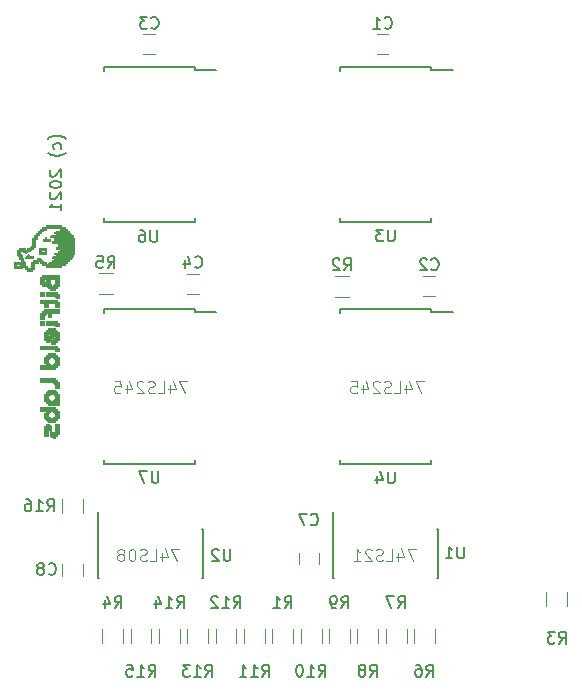
<source format=gbo>
%TF.GenerationSoftware,KiCad,Pcbnew,5.1.10*%
%TF.CreationDate,2021-12-03T13:16:58+01:00*%
%TF.ProjectId,afterglow_pico,61667465-7267-46c6-9f77-5f7069636f2e,rev?*%
%TF.SameCoordinates,Original*%
%TF.FileFunction,Legend,Bot*%
%TF.FilePolarity,Positive*%
%FSLAX46Y46*%
G04 Gerber Fmt 4.6, Leading zero omitted, Abs format (unit mm)*
G04 Created by KiCad (PCBNEW 5.1.10) date 2021-12-03 13:16:58*
%MOMM*%
%LPD*%
G01*
G04 APERTURE LIST*
%ADD10C,0.100000*%
%ADD11C,0.150000*%
%ADD12C,0.010000*%
%ADD13C,0.120000*%
G04 APERTURE END LIST*
D10*
X202719047Y-97052380D02*
X202052380Y-97052380D01*
X202480952Y-98052380D01*
X201242857Y-97385714D02*
X201242857Y-98052380D01*
X201480952Y-97004761D02*
X201719047Y-97719047D01*
X201100000Y-97719047D01*
X200242857Y-98052380D02*
X200719047Y-98052380D01*
X200719047Y-97052380D01*
X199957142Y-98004761D02*
X199814285Y-98052380D01*
X199576190Y-98052380D01*
X199480952Y-98004761D01*
X199433333Y-97957142D01*
X199385714Y-97861904D01*
X199385714Y-97766666D01*
X199433333Y-97671428D01*
X199480952Y-97623809D01*
X199576190Y-97576190D01*
X199766666Y-97528571D01*
X199861904Y-97480952D01*
X199909523Y-97433333D01*
X199957142Y-97338095D01*
X199957142Y-97242857D01*
X199909523Y-97147619D01*
X199861904Y-97100000D01*
X199766666Y-97052380D01*
X199528571Y-97052380D01*
X199385714Y-97100000D01*
X199004761Y-97147619D02*
X198957142Y-97100000D01*
X198861904Y-97052380D01*
X198623809Y-97052380D01*
X198528571Y-97100000D01*
X198480952Y-97147619D01*
X198433333Y-97242857D01*
X198433333Y-97338095D01*
X198480952Y-97480952D01*
X199052380Y-98052380D01*
X198433333Y-98052380D01*
X197576190Y-97385714D02*
X197576190Y-98052380D01*
X197814285Y-97004761D02*
X198052380Y-97719047D01*
X197433333Y-97719047D01*
X196576190Y-97052380D02*
X197052380Y-97052380D01*
X197100000Y-97528571D01*
X197052380Y-97480952D01*
X196957142Y-97433333D01*
X196719047Y-97433333D01*
X196623809Y-97480952D01*
X196576190Y-97528571D01*
X196528571Y-97623809D01*
X196528571Y-97861904D01*
X196576190Y-97957142D01*
X196623809Y-98004761D01*
X196719047Y-98052380D01*
X196957142Y-98052380D01*
X197052380Y-98004761D01*
X197100000Y-97957142D01*
X182719047Y-97052380D02*
X182052380Y-97052380D01*
X182480952Y-98052380D01*
X181242857Y-97385714D02*
X181242857Y-98052380D01*
X181480952Y-97004761D02*
X181719047Y-97719047D01*
X181100000Y-97719047D01*
X180242857Y-98052380D02*
X180719047Y-98052380D01*
X180719047Y-97052380D01*
X179957142Y-98004761D02*
X179814285Y-98052380D01*
X179576190Y-98052380D01*
X179480952Y-98004761D01*
X179433333Y-97957142D01*
X179385714Y-97861904D01*
X179385714Y-97766666D01*
X179433333Y-97671428D01*
X179480952Y-97623809D01*
X179576190Y-97576190D01*
X179766666Y-97528571D01*
X179861904Y-97480952D01*
X179909523Y-97433333D01*
X179957142Y-97338095D01*
X179957142Y-97242857D01*
X179909523Y-97147619D01*
X179861904Y-97100000D01*
X179766666Y-97052380D01*
X179528571Y-97052380D01*
X179385714Y-97100000D01*
X179004761Y-97147619D02*
X178957142Y-97100000D01*
X178861904Y-97052380D01*
X178623809Y-97052380D01*
X178528571Y-97100000D01*
X178480952Y-97147619D01*
X178433333Y-97242857D01*
X178433333Y-97338095D01*
X178480952Y-97480952D01*
X179052380Y-98052380D01*
X178433333Y-98052380D01*
X177576190Y-97385714D02*
X177576190Y-98052380D01*
X177814285Y-97004761D02*
X178052380Y-97719047D01*
X177433333Y-97719047D01*
X176576190Y-97052380D02*
X177052380Y-97052380D01*
X177100000Y-97528571D01*
X177052380Y-97480952D01*
X176957142Y-97433333D01*
X176719047Y-97433333D01*
X176623809Y-97480952D01*
X176576190Y-97528571D01*
X176528571Y-97623809D01*
X176528571Y-97861904D01*
X176576190Y-97957142D01*
X176623809Y-98004761D01*
X176719047Y-98052380D01*
X176957142Y-98052380D01*
X177052380Y-98004761D01*
X177100000Y-97957142D01*
X182042857Y-111252380D02*
X181376190Y-111252380D01*
X181804761Y-112252380D01*
X180566666Y-111585714D02*
X180566666Y-112252380D01*
X180804761Y-111204761D02*
X181042857Y-111919047D01*
X180423809Y-111919047D01*
X179566666Y-112252380D02*
X180042857Y-112252380D01*
X180042857Y-111252380D01*
X179280952Y-112204761D02*
X179138095Y-112252380D01*
X178900000Y-112252380D01*
X178804761Y-112204761D01*
X178757142Y-112157142D01*
X178709523Y-112061904D01*
X178709523Y-111966666D01*
X178757142Y-111871428D01*
X178804761Y-111823809D01*
X178900000Y-111776190D01*
X179090476Y-111728571D01*
X179185714Y-111680952D01*
X179233333Y-111633333D01*
X179280952Y-111538095D01*
X179280952Y-111442857D01*
X179233333Y-111347619D01*
X179185714Y-111300000D01*
X179090476Y-111252380D01*
X178852380Y-111252380D01*
X178709523Y-111300000D01*
X178090476Y-111252380D02*
X177995238Y-111252380D01*
X177900000Y-111300000D01*
X177852380Y-111347619D01*
X177804761Y-111442857D01*
X177757142Y-111633333D01*
X177757142Y-111871428D01*
X177804761Y-112061904D01*
X177852380Y-112157142D01*
X177900000Y-112204761D01*
X177995238Y-112252380D01*
X178090476Y-112252380D01*
X178185714Y-112204761D01*
X178233333Y-112157142D01*
X178280952Y-112061904D01*
X178328571Y-111871428D01*
X178328571Y-111633333D01*
X178280952Y-111442857D01*
X178233333Y-111347619D01*
X178185714Y-111300000D01*
X178090476Y-111252380D01*
X177185714Y-111680952D02*
X177280952Y-111633333D01*
X177328571Y-111585714D01*
X177376190Y-111490476D01*
X177376190Y-111442857D01*
X177328571Y-111347619D01*
X177280952Y-111300000D01*
X177185714Y-111252380D01*
X176995238Y-111252380D01*
X176900000Y-111300000D01*
X176852380Y-111347619D01*
X176804761Y-111442857D01*
X176804761Y-111490476D01*
X176852380Y-111585714D01*
X176900000Y-111633333D01*
X176995238Y-111680952D01*
X177185714Y-111680952D01*
X177280952Y-111728571D01*
X177328571Y-111776190D01*
X177376190Y-111871428D01*
X177376190Y-112061904D01*
X177328571Y-112157142D01*
X177280952Y-112204761D01*
X177185714Y-112252380D01*
X176995238Y-112252380D01*
X176900000Y-112204761D01*
X176852380Y-112157142D01*
X176804761Y-112061904D01*
X176804761Y-111871428D01*
X176852380Y-111776190D01*
X176900000Y-111728571D01*
X176995238Y-111680952D01*
X202042857Y-111252380D02*
X201376190Y-111252380D01*
X201804761Y-112252380D01*
X200566666Y-111585714D02*
X200566666Y-112252380D01*
X200804761Y-111204761D02*
X201042857Y-111919047D01*
X200423809Y-111919047D01*
X199566666Y-112252380D02*
X200042857Y-112252380D01*
X200042857Y-111252380D01*
X199280952Y-112204761D02*
X199138095Y-112252380D01*
X198900000Y-112252380D01*
X198804761Y-112204761D01*
X198757142Y-112157142D01*
X198709523Y-112061904D01*
X198709523Y-111966666D01*
X198757142Y-111871428D01*
X198804761Y-111823809D01*
X198900000Y-111776190D01*
X199090476Y-111728571D01*
X199185714Y-111680952D01*
X199233333Y-111633333D01*
X199280952Y-111538095D01*
X199280952Y-111442857D01*
X199233333Y-111347619D01*
X199185714Y-111300000D01*
X199090476Y-111252380D01*
X198852380Y-111252380D01*
X198709523Y-111300000D01*
X198328571Y-111347619D02*
X198280952Y-111300000D01*
X198185714Y-111252380D01*
X197947619Y-111252380D01*
X197852380Y-111300000D01*
X197804761Y-111347619D01*
X197757142Y-111442857D01*
X197757142Y-111538095D01*
X197804761Y-111680952D01*
X198376190Y-112252380D01*
X197757142Y-112252380D01*
X196804761Y-112252380D02*
X197376190Y-112252380D01*
X197090476Y-112252380D02*
X197090476Y-111252380D01*
X197185714Y-111395238D01*
X197280952Y-111490476D01*
X197376190Y-111538095D01*
D11*
X172433333Y-76542857D02*
X172385714Y-76495238D01*
X172242857Y-76400000D01*
X172147619Y-76352380D01*
X172004761Y-76304761D01*
X171766666Y-76257142D01*
X171576190Y-76257142D01*
X171338095Y-76304761D01*
X171195238Y-76352380D01*
X171100000Y-76400000D01*
X170957142Y-76495238D01*
X170909523Y-76542857D01*
X172004761Y-77352380D02*
X172052380Y-77257142D01*
X172052380Y-77066666D01*
X172004761Y-76971428D01*
X171957142Y-76923809D01*
X171861904Y-76876190D01*
X171576190Y-76876190D01*
X171480952Y-76923809D01*
X171433333Y-76971428D01*
X171385714Y-77066666D01*
X171385714Y-77257142D01*
X171433333Y-77352380D01*
X172433333Y-77685714D02*
X172385714Y-77733333D01*
X172242857Y-77828571D01*
X172147619Y-77876190D01*
X172004761Y-77923809D01*
X171766666Y-77971428D01*
X171576190Y-77971428D01*
X171338095Y-77923809D01*
X171195238Y-77876190D01*
X171100000Y-77828571D01*
X170957142Y-77733333D01*
X170909523Y-77685714D01*
X171147619Y-79161904D02*
X171100000Y-79209523D01*
X171052380Y-79304761D01*
X171052380Y-79542857D01*
X171100000Y-79638095D01*
X171147619Y-79685714D01*
X171242857Y-79733333D01*
X171338095Y-79733333D01*
X171480952Y-79685714D01*
X172052380Y-79114285D01*
X172052380Y-79733333D01*
X171052380Y-80352380D02*
X171052380Y-80447619D01*
X171100000Y-80542857D01*
X171147619Y-80590476D01*
X171242857Y-80638095D01*
X171433333Y-80685714D01*
X171671428Y-80685714D01*
X171861904Y-80638095D01*
X171957142Y-80590476D01*
X172004761Y-80542857D01*
X172052380Y-80447619D01*
X172052380Y-80352380D01*
X172004761Y-80257142D01*
X171957142Y-80209523D01*
X171861904Y-80161904D01*
X171671428Y-80114285D01*
X171433333Y-80114285D01*
X171242857Y-80161904D01*
X171147619Y-80209523D01*
X171100000Y-80257142D01*
X171052380Y-80352380D01*
X171147619Y-81066666D02*
X171100000Y-81114285D01*
X171052380Y-81209523D01*
X171052380Y-81447619D01*
X171100000Y-81542857D01*
X171147619Y-81590476D01*
X171242857Y-81638095D01*
X171338095Y-81638095D01*
X171480952Y-81590476D01*
X172052380Y-81019047D01*
X172052380Y-81638095D01*
X172052380Y-82590476D02*
X172052380Y-82019047D01*
X172052380Y-82304761D02*
X171052380Y-82304761D01*
X171195238Y-82209523D01*
X171290476Y-82114285D01*
X171338095Y-82019047D01*
D12*
%TO.C,G\u002A\u002A\u002A*%
G36*
X169659259Y-86636526D02*
G01*
X169659259Y-86555427D01*
X169654001Y-86507296D01*
X169627163Y-86483285D01*
X169562156Y-86475097D01*
X169497063Y-86474329D01*
X169400801Y-86471700D01*
X169352778Y-86458281D01*
X169336402Y-86425777D01*
X169334866Y-86393231D01*
X169321468Y-86331498D01*
X169268713Y-86312475D01*
X169253768Y-86312132D01*
X169192035Y-86325531D01*
X169173012Y-86378286D01*
X169172669Y-86393231D01*
X169159271Y-86454963D01*
X169106516Y-86473987D01*
X169091571Y-86474329D01*
X169029838Y-86487727D01*
X169010815Y-86540482D01*
X169010473Y-86555427D01*
X169010473Y-86636526D01*
X169659259Y-86636526D01*
G37*
X169659259Y-86636526D02*
X169659259Y-86555427D01*
X169654001Y-86507296D01*
X169627163Y-86483285D01*
X169562156Y-86475097D01*
X169497063Y-86474329D01*
X169400801Y-86471700D01*
X169352778Y-86458281D01*
X169336402Y-86425777D01*
X169334866Y-86393231D01*
X169321468Y-86331498D01*
X169268713Y-86312475D01*
X169253768Y-86312132D01*
X169192035Y-86325531D01*
X169173012Y-86378286D01*
X169172669Y-86393231D01*
X169159271Y-86454963D01*
X169106516Y-86473987D01*
X169091571Y-86474329D01*
X169029838Y-86487727D01*
X169010815Y-86540482D01*
X169010473Y-86555427D01*
X169010473Y-86636526D01*
X169659259Y-86636526D01*
G36*
X170794636Y-86247254D02*
G01*
X170794636Y-85760664D01*
X170470243Y-85760664D01*
X170470243Y-85922860D01*
X170566505Y-85925490D01*
X170614528Y-85938908D01*
X170630903Y-85971412D01*
X170632439Y-86003959D01*
X170627181Y-86052090D01*
X170600343Y-86076101D01*
X170535336Y-86084289D01*
X170470243Y-86085057D01*
X170373981Y-86082428D01*
X170325958Y-86069009D01*
X170309582Y-86036505D01*
X170308046Y-86003959D01*
X170313305Y-85955828D01*
X170340142Y-85931816D01*
X170405149Y-85923629D01*
X170470243Y-85922860D01*
X170470243Y-85760664D01*
X170145849Y-85760664D01*
X170145849Y-86247254D01*
X170794636Y-86247254D01*
G37*
X170794636Y-86247254D02*
X170794636Y-85760664D01*
X170470243Y-85760664D01*
X170470243Y-85922860D01*
X170566505Y-85925490D01*
X170614528Y-85938908D01*
X170630903Y-85971412D01*
X170632439Y-86003959D01*
X170627181Y-86052090D01*
X170600343Y-86076101D01*
X170535336Y-86084289D01*
X170470243Y-86085057D01*
X170373981Y-86082428D01*
X170325958Y-86069009D01*
X170309582Y-86036505D01*
X170308046Y-86003959D01*
X170313305Y-85955828D01*
X170340142Y-85931816D01*
X170405149Y-85923629D01*
X170470243Y-85922860D01*
X170470243Y-85760664D01*
X170145849Y-85760664D01*
X170145849Y-86247254D01*
X170794636Y-86247254D01*
G36*
X171119029Y-85176756D02*
G01*
X171119029Y-85095657D01*
X171113771Y-85047526D01*
X171086933Y-85023515D01*
X171021926Y-85015327D01*
X170956833Y-85014559D01*
X170860571Y-85011930D01*
X170812548Y-84998511D01*
X170796173Y-84966007D01*
X170794636Y-84933461D01*
X170781238Y-84871728D01*
X170728483Y-84852705D01*
X170713538Y-84852362D01*
X170651805Y-84865761D01*
X170632782Y-84918515D01*
X170632439Y-84933461D01*
X170619041Y-84995193D01*
X170566286Y-85014216D01*
X170551341Y-85014559D01*
X170489609Y-85027957D01*
X170470585Y-85080712D01*
X170470243Y-85095657D01*
X170470243Y-85176756D01*
X171119029Y-85176756D01*
G37*
X171119029Y-85176756D02*
X171119029Y-85095657D01*
X171113771Y-85047526D01*
X171086933Y-85023515D01*
X171021926Y-85015327D01*
X170956833Y-85014559D01*
X170860571Y-85011930D01*
X170812548Y-84998511D01*
X170796173Y-84966007D01*
X170794636Y-84933461D01*
X170781238Y-84871728D01*
X170728483Y-84852705D01*
X170713538Y-84852362D01*
X170651805Y-84865761D01*
X170632782Y-84918515D01*
X170632439Y-84933461D01*
X170619041Y-84995193D01*
X170566286Y-85014216D01*
X170551341Y-85014559D01*
X170489609Y-85027957D01*
X170470585Y-85080712D01*
X170470243Y-85095657D01*
X170470243Y-85176756D01*
X171119029Y-85176756D01*
G36*
X170567561Y-92248531D02*
G01*
X170567561Y-91924137D01*
X170243167Y-91924137D01*
X170243167Y-92248531D01*
X170567561Y-92248531D01*
G37*
X170567561Y-92248531D02*
X170567561Y-91924137D01*
X170243167Y-91924137D01*
X170243167Y-92248531D01*
X170567561Y-92248531D01*
G36*
X170567561Y-89815581D02*
G01*
X170567561Y-89491187D01*
X170243167Y-89491187D01*
X170243167Y-89815581D01*
X170567561Y-89815581D01*
G37*
X170567561Y-89815581D02*
X170567561Y-89491187D01*
X170243167Y-89491187D01*
X170243167Y-89815581D01*
X170567561Y-89815581D01*
G36*
X170891954Y-101655938D02*
G01*
X170891954Y-101412643D01*
X170892965Y-101288893D01*
X170899034Y-101216354D01*
X170914716Y-101181359D01*
X170944568Y-101170243D01*
X170973052Y-101169348D01*
X171014302Y-101172380D01*
X171038482Y-101190587D01*
X171050147Y-101237635D01*
X171053853Y-101327190D01*
X171054151Y-101412643D01*
X171055161Y-101536393D01*
X171061230Y-101608933D01*
X171076913Y-101643928D01*
X171106765Y-101655044D01*
X171135249Y-101655938D01*
X171196982Y-101669336D01*
X171216005Y-101722091D01*
X171216347Y-101737037D01*
X171221606Y-101785168D01*
X171248443Y-101809179D01*
X171313451Y-101817367D01*
X171378544Y-101818135D01*
X171474806Y-101815506D01*
X171522829Y-101802087D01*
X171539204Y-101769583D01*
X171540741Y-101737037D01*
X171554139Y-101675304D01*
X171606894Y-101656281D01*
X171621839Y-101655938D01*
X171683572Y-101642540D01*
X171702595Y-101589785D01*
X171702937Y-101574840D01*
X171716336Y-101513107D01*
X171769091Y-101494084D01*
X171784036Y-101493742D01*
X171865134Y-101493742D01*
X171865134Y-100682758D01*
X171540741Y-100682758D01*
X171540741Y-101331545D01*
X171216347Y-101331545D01*
X171216347Y-101088250D01*
X171215337Y-100964500D01*
X171209268Y-100891960D01*
X171193585Y-100856966D01*
X171163734Y-100845849D01*
X171135249Y-100844955D01*
X171073517Y-100831557D01*
X171054493Y-100778802D01*
X171054151Y-100763857D01*
X171048892Y-100715725D01*
X171022055Y-100691714D01*
X170957047Y-100683526D01*
X170891954Y-100682758D01*
X170795692Y-100685388D01*
X170747669Y-100698806D01*
X170731294Y-100731310D01*
X170729757Y-100763857D01*
X170716359Y-100825589D01*
X170663604Y-100844612D01*
X170648659Y-100844955D01*
X170567561Y-100844955D01*
X170567561Y-101655938D01*
X170891954Y-101655938D01*
G37*
X170891954Y-101655938D02*
X170891954Y-101412643D01*
X170892965Y-101288893D01*
X170899034Y-101216354D01*
X170914716Y-101181359D01*
X170944568Y-101170243D01*
X170973052Y-101169348D01*
X171014302Y-101172380D01*
X171038482Y-101190587D01*
X171050147Y-101237635D01*
X171053853Y-101327190D01*
X171054151Y-101412643D01*
X171055161Y-101536393D01*
X171061230Y-101608933D01*
X171076913Y-101643928D01*
X171106765Y-101655044D01*
X171135249Y-101655938D01*
X171196982Y-101669336D01*
X171216005Y-101722091D01*
X171216347Y-101737037D01*
X171221606Y-101785168D01*
X171248443Y-101809179D01*
X171313451Y-101817367D01*
X171378544Y-101818135D01*
X171474806Y-101815506D01*
X171522829Y-101802087D01*
X171539204Y-101769583D01*
X171540741Y-101737037D01*
X171554139Y-101675304D01*
X171606894Y-101656281D01*
X171621839Y-101655938D01*
X171683572Y-101642540D01*
X171702595Y-101589785D01*
X171702937Y-101574840D01*
X171716336Y-101513107D01*
X171769091Y-101494084D01*
X171784036Y-101493742D01*
X171865134Y-101493742D01*
X171865134Y-100682758D01*
X171540741Y-100682758D01*
X171540741Y-101331545D01*
X171216347Y-101331545D01*
X171216347Y-101088250D01*
X171215337Y-100964500D01*
X171209268Y-100891960D01*
X171193585Y-100856966D01*
X171163734Y-100845849D01*
X171135249Y-100844955D01*
X171073517Y-100831557D01*
X171054493Y-100778802D01*
X171054151Y-100763857D01*
X171048892Y-100715725D01*
X171022055Y-100691714D01*
X170957047Y-100683526D01*
X170891954Y-100682758D01*
X170795692Y-100685388D01*
X170747669Y-100698806D01*
X170731294Y-100731310D01*
X170729757Y-100763857D01*
X170716359Y-100825589D01*
X170663604Y-100844612D01*
X170648659Y-100844955D01*
X170567561Y-100844955D01*
X170567561Y-101655938D01*
X170891954Y-101655938D01*
G36*
X170486462Y-99547381D02*
G01*
X170610212Y-99548392D01*
X170682752Y-99554461D01*
X170717747Y-99570144D01*
X170728863Y-99599995D01*
X170729757Y-99628480D01*
X170716359Y-99690212D01*
X170663604Y-99709236D01*
X170648659Y-99709578D01*
X170607409Y-99712610D01*
X170583229Y-99730817D01*
X170571564Y-99777865D01*
X170567859Y-99867420D01*
X170567561Y-99952873D01*
X170568571Y-100076623D01*
X170574640Y-100149163D01*
X170590323Y-100184157D01*
X170620175Y-100195274D01*
X170648659Y-100196168D01*
X170710392Y-100209566D01*
X170729415Y-100262321D01*
X170729757Y-100277266D01*
X170743156Y-100338999D01*
X170795911Y-100358022D01*
X170810856Y-100358365D01*
X170872588Y-100371763D01*
X170891612Y-100424518D01*
X170891954Y-100439463D01*
X170891954Y-100520561D01*
X171540741Y-100520561D01*
X171540741Y-100439463D01*
X171554139Y-100377731D01*
X171606894Y-100358707D01*
X171621839Y-100358365D01*
X171683572Y-100344967D01*
X171702595Y-100292212D01*
X171702937Y-100277266D01*
X171716336Y-100215534D01*
X171769091Y-100196511D01*
X171784036Y-100196168D01*
X171865134Y-100196168D01*
X171865134Y-99547381D01*
X171784036Y-99547381D01*
X171722303Y-99533983D01*
X171703280Y-99481228D01*
X171702937Y-99466283D01*
X171689539Y-99404551D01*
X171636784Y-99385527D01*
X171621839Y-99385185D01*
X171560107Y-99371786D01*
X171541083Y-99319032D01*
X171540741Y-99304086D01*
X171540741Y-99222988D01*
X171216347Y-99222988D01*
X171216347Y-99547381D01*
X171312610Y-99550011D01*
X171360632Y-99563429D01*
X171377008Y-99595933D01*
X171378544Y-99628480D01*
X171391942Y-99690212D01*
X171444697Y-99709236D01*
X171459642Y-99709578D01*
X171507773Y-99714837D01*
X171531785Y-99741674D01*
X171539973Y-99806681D01*
X171540741Y-99871775D01*
X171538111Y-99968037D01*
X171524693Y-100016060D01*
X171492189Y-100032435D01*
X171459642Y-100033971D01*
X171397910Y-100047370D01*
X171378887Y-100100125D01*
X171378544Y-100115070D01*
X171373285Y-100163201D01*
X171346448Y-100187212D01*
X171281441Y-100195400D01*
X171216347Y-100196168D01*
X171120085Y-100193539D01*
X171072062Y-100180120D01*
X171055687Y-100147616D01*
X171054151Y-100115070D01*
X171040752Y-100053337D01*
X170987998Y-100034314D01*
X170973052Y-100033971D01*
X170924921Y-100028713D01*
X170900910Y-100001875D01*
X170892722Y-99936868D01*
X170891954Y-99871775D01*
X170894583Y-99775513D01*
X170908002Y-99727490D01*
X170940506Y-99711115D01*
X170973052Y-99709578D01*
X171034785Y-99696180D01*
X171053808Y-99643425D01*
X171054151Y-99628480D01*
X171059409Y-99580349D01*
X171086247Y-99556337D01*
X171151254Y-99548150D01*
X171216347Y-99547381D01*
X171216347Y-99222988D01*
X170243167Y-99222988D01*
X170243167Y-99547381D01*
X170486462Y-99547381D01*
G37*
X170486462Y-99547381D02*
X170610212Y-99548392D01*
X170682752Y-99554461D01*
X170717747Y-99570144D01*
X170728863Y-99599995D01*
X170729757Y-99628480D01*
X170716359Y-99690212D01*
X170663604Y-99709236D01*
X170648659Y-99709578D01*
X170607409Y-99712610D01*
X170583229Y-99730817D01*
X170571564Y-99777865D01*
X170567859Y-99867420D01*
X170567561Y-99952873D01*
X170568571Y-100076623D01*
X170574640Y-100149163D01*
X170590323Y-100184157D01*
X170620175Y-100195274D01*
X170648659Y-100196168D01*
X170710392Y-100209566D01*
X170729415Y-100262321D01*
X170729757Y-100277266D01*
X170743156Y-100338999D01*
X170795911Y-100358022D01*
X170810856Y-100358365D01*
X170872588Y-100371763D01*
X170891612Y-100424518D01*
X170891954Y-100439463D01*
X170891954Y-100520561D01*
X171540741Y-100520561D01*
X171540741Y-100439463D01*
X171554139Y-100377731D01*
X171606894Y-100358707D01*
X171621839Y-100358365D01*
X171683572Y-100344967D01*
X171702595Y-100292212D01*
X171702937Y-100277266D01*
X171716336Y-100215534D01*
X171769091Y-100196511D01*
X171784036Y-100196168D01*
X171865134Y-100196168D01*
X171865134Y-99547381D01*
X171784036Y-99547381D01*
X171722303Y-99533983D01*
X171703280Y-99481228D01*
X171702937Y-99466283D01*
X171689539Y-99404551D01*
X171636784Y-99385527D01*
X171621839Y-99385185D01*
X171560107Y-99371786D01*
X171541083Y-99319032D01*
X171540741Y-99304086D01*
X171540741Y-99222988D01*
X171216347Y-99222988D01*
X171216347Y-99547381D01*
X171312610Y-99550011D01*
X171360632Y-99563429D01*
X171377008Y-99595933D01*
X171378544Y-99628480D01*
X171391942Y-99690212D01*
X171444697Y-99709236D01*
X171459642Y-99709578D01*
X171507773Y-99714837D01*
X171531785Y-99741674D01*
X171539973Y-99806681D01*
X171540741Y-99871775D01*
X171538111Y-99968037D01*
X171524693Y-100016060D01*
X171492189Y-100032435D01*
X171459642Y-100033971D01*
X171397910Y-100047370D01*
X171378887Y-100100125D01*
X171378544Y-100115070D01*
X171373285Y-100163201D01*
X171346448Y-100187212D01*
X171281441Y-100195400D01*
X171216347Y-100196168D01*
X171120085Y-100193539D01*
X171072062Y-100180120D01*
X171055687Y-100147616D01*
X171054151Y-100115070D01*
X171040752Y-100053337D01*
X170987998Y-100034314D01*
X170973052Y-100033971D01*
X170924921Y-100028713D01*
X170900910Y-100001875D01*
X170892722Y-99936868D01*
X170891954Y-99871775D01*
X170894583Y-99775513D01*
X170908002Y-99727490D01*
X170940506Y-99711115D01*
X170973052Y-99709578D01*
X171034785Y-99696180D01*
X171053808Y-99643425D01*
X171054151Y-99628480D01*
X171059409Y-99580349D01*
X171086247Y-99556337D01*
X171151254Y-99548150D01*
X171216347Y-99547381D01*
X171216347Y-99222988D01*
X170243167Y-99222988D01*
X170243167Y-99547381D01*
X170486462Y-99547381D01*
G36*
X170648659Y-98736398D02*
G01*
X170710392Y-98749796D01*
X170729415Y-98802551D01*
X170729757Y-98817496D01*
X170743156Y-98879229D01*
X170795911Y-98898252D01*
X170810856Y-98898595D01*
X170872588Y-98911993D01*
X170891612Y-98964748D01*
X170891954Y-98979693D01*
X170891954Y-99060791D01*
X171865134Y-99060791D01*
X171865134Y-98087611D01*
X171784036Y-98087611D01*
X171722303Y-98074213D01*
X171703280Y-98021458D01*
X171702937Y-98006513D01*
X171689539Y-97944780D01*
X171636784Y-97925757D01*
X171621839Y-97925415D01*
X171560107Y-97912016D01*
X171541083Y-97859261D01*
X171540741Y-97844316D01*
X171540741Y-97763218D01*
X171216347Y-97763218D01*
X171216347Y-98087611D01*
X171312610Y-98090241D01*
X171360632Y-98103659D01*
X171377008Y-98136163D01*
X171378544Y-98168710D01*
X171391942Y-98230442D01*
X171444697Y-98249465D01*
X171459642Y-98249808D01*
X171507773Y-98255067D01*
X171531785Y-98281904D01*
X171539973Y-98346911D01*
X171540741Y-98412005D01*
X171538111Y-98508267D01*
X171524693Y-98556290D01*
X171492189Y-98572665D01*
X171459642Y-98574201D01*
X171397910Y-98587600D01*
X171378887Y-98640355D01*
X171378544Y-98655300D01*
X171373285Y-98703431D01*
X171346448Y-98727442D01*
X171281441Y-98735630D01*
X171216347Y-98736398D01*
X171120085Y-98733769D01*
X171072062Y-98720350D01*
X171055687Y-98687846D01*
X171054151Y-98655300D01*
X171040752Y-98593567D01*
X170987998Y-98574544D01*
X170973052Y-98574201D01*
X170924921Y-98568943D01*
X170900910Y-98542105D01*
X170892722Y-98477098D01*
X170891954Y-98412005D01*
X170894583Y-98315743D01*
X170908002Y-98267720D01*
X170940506Y-98251344D01*
X170973052Y-98249808D01*
X171034785Y-98236410D01*
X171053808Y-98183655D01*
X171054151Y-98168710D01*
X171059409Y-98120579D01*
X171086247Y-98096567D01*
X171151254Y-98088380D01*
X171216347Y-98087611D01*
X171216347Y-97763218D01*
X170891954Y-97763218D01*
X170891954Y-97844316D01*
X170878556Y-97906049D01*
X170825801Y-97925072D01*
X170810856Y-97925415D01*
X170749123Y-97938813D01*
X170730100Y-97991568D01*
X170729757Y-98006513D01*
X170716359Y-98068245D01*
X170663604Y-98087269D01*
X170648659Y-98087611D01*
X170567561Y-98087611D01*
X170567561Y-98736398D01*
X170648659Y-98736398D01*
G37*
X170648659Y-98736398D02*
X170710392Y-98749796D01*
X170729415Y-98802551D01*
X170729757Y-98817496D01*
X170743156Y-98879229D01*
X170795911Y-98898252D01*
X170810856Y-98898595D01*
X170872588Y-98911993D01*
X170891612Y-98964748D01*
X170891954Y-98979693D01*
X170891954Y-99060791D01*
X171865134Y-99060791D01*
X171865134Y-98087611D01*
X171784036Y-98087611D01*
X171722303Y-98074213D01*
X171703280Y-98021458D01*
X171702937Y-98006513D01*
X171689539Y-97944780D01*
X171636784Y-97925757D01*
X171621839Y-97925415D01*
X171560107Y-97912016D01*
X171541083Y-97859261D01*
X171540741Y-97844316D01*
X171540741Y-97763218D01*
X171216347Y-97763218D01*
X171216347Y-98087611D01*
X171312610Y-98090241D01*
X171360632Y-98103659D01*
X171377008Y-98136163D01*
X171378544Y-98168710D01*
X171391942Y-98230442D01*
X171444697Y-98249465D01*
X171459642Y-98249808D01*
X171507773Y-98255067D01*
X171531785Y-98281904D01*
X171539973Y-98346911D01*
X171540741Y-98412005D01*
X171538111Y-98508267D01*
X171524693Y-98556290D01*
X171492189Y-98572665D01*
X171459642Y-98574201D01*
X171397910Y-98587600D01*
X171378887Y-98640355D01*
X171378544Y-98655300D01*
X171373285Y-98703431D01*
X171346448Y-98727442D01*
X171281441Y-98735630D01*
X171216347Y-98736398D01*
X171120085Y-98733769D01*
X171072062Y-98720350D01*
X171055687Y-98687846D01*
X171054151Y-98655300D01*
X171040752Y-98593567D01*
X170987998Y-98574544D01*
X170973052Y-98574201D01*
X170924921Y-98568943D01*
X170900910Y-98542105D01*
X170892722Y-98477098D01*
X170891954Y-98412005D01*
X170894583Y-98315743D01*
X170908002Y-98267720D01*
X170940506Y-98251344D01*
X170973052Y-98249808D01*
X171034785Y-98236410D01*
X171053808Y-98183655D01*
X171054151Y-98168710D01*
X171059409Y-98120579D01*
X171086247Y-98096567D01*
X171151254Y-98088380D01*
X171216347Y-98087611D01*
X171216347Y-97763218D01*
X170891954Y-97763218D01*
X170891954Y-97844316D01*
X170878556Y-97906049D01*
X170825801Y-97925072D01*
X170810856Y-97925415D01*
X170749123Y-97938813D01*
X170730100Y-97991568D01*
X170729757Y-98006513D01*
X170716359Y-98068245D01*
X170663604Y-98087269D01*
X170648659Y-98087611D01*
X170567561Y-98087611D01*
X170567561Y-98736398D01*
X170648659Y-98736398D01*
G36*
X171378544Y-97114431D02*
G01*
X171378544Y-97195530D01*
X171391942Y-97257262D01*
X171444697Y-97276285D01*
X171459642Y-97276628D01*
X171507773Y-97281887D01*
X171531785Y-97308724D01*
X171539973Y-97373731D01*
X171540741Y-97438825D01*
X171540741Y-97601021D01*
X171865134Y-97601021D01*
X171865134Y-97357726D01*
X171864123Y-97233976D01*
X171858054Y-97161437D01*
X171842372Y-97126442D01*
X171812520Y-97115326D01*
X171784036Y-97114431D01*
X171722303Y-97101033D01*
X171703280Y-97048278D01*
X171702937Y-97033333D01*
X171689539Y-96971600D01*
X171636784Y-96952577D01*
X171621839Y-96952235D01*
X171560107Y-96938836D01*
X171541083Y-96886081D01*
X171540741Y-96871136D01*
X171540741Y-96790038D01*
X170243167Y-96790038D01*
X170243167Y-97114431D01*
X171378544Y-97114431D01*
G37*
X171378544Y-97114431D02*
X171378544Y-97195530D01*
X171391942Y-97257262D01*
X171444697Y-97276285D01*
X171459642Y-97276628D01*
X171507773Y-97281887D01*
X171531785Y-97308724D01*
X171539973Y-97373731D01*
X171540741Y-97438825D01*
X171540741Y-97601021D01*
X171865134Y-97601021D01*
X171865134Y-97357726D01*
X171864123Y-97233976D01*
X171858054Y-97161437D01*
X171842372Y-97126442D01*
X171812520Y-97115326D01*
X171784036Y-97114431D01*
X171722303Y-97101033D01*
X171703280Y-97048278D01*
X171702937Y-97033333D01*
X171689539Y-96971600D01*
X171636784Y-96952577D01*
X171621839Y-96952235D01*
X171560107Y-96938836D01*
X171541083Y-96886081D01*
X171540741Y-96871136D01*
X171540741Y-96790038D01*
X170243167Y-96790038D01*
X170243167Y-97114431D01*
X171378544Y-97114431D01*
G36*
X171540741Y-95979054D02*
G01*
X171540741Y-95897956D01*
X171554139Y-95836224D01*
X171606894Y-95817200D01*
X171621839Y-95816858D01*
X171683572Y-95803460D01*
X171702595Y-95750705D01*
X171702937Y-95735759D01*
X171716336Y-95674027D01*
X171769091Y-95655004D01*
X171784036Y-95654661D01*
X171865134Y-95654661D01*
X171865134Y-95005874D01*
X171784036Y-95005874D01*
X171722303Y-94992476D01*
X171703280Y-94939721D01*
X171702937Y-94924776D01*
X171689539Y-94863044D01*
X171636784Y-94844020D01*
X171621839Y-94843678D01*
X171560107Y-94830279D01*
X171541083Y-94777525D01*
X171540741Y-94762579D01*
X171540741Y-94681481D01*
X171216347Y-94681481D01*
X171216347Y-95005874D01*
X171312610Y-95008504D01*
X171360632Y-95021922D01*
X171377008Y-95054426D01*
X171378544Y-95086973D01*
X171391942Y-95148705D01*
X171444697Y-95167729D01*
X171459642Y-95168071D01*
X171507773Y-95173330D01*
X171531785Y-95200167D01*
X171539973Y-95265174D01*
X171540741Y-95330268D01*
X171538111Y-95426530D01*
X171524693Y-95474553D01*
X171492189Y-95490928D01*
X171459642Y-95492464D01*
X171397910Y-95505863D01*
X171378887Y-95558618D01*
X171378544Y-95573563D01*
X171373285Y-95621694D01*
X171346448Y-95645705D01*
X171281441Y-95653893D01*
X171216347Y-95654661D01*
X171120085Y-95652032D01*
X171072062Y-95638613D01*
X171055687Y-95606109D01*
X171054151Y-95573563D01*
X171040752Y-95511830D01*
X170987998Y-95492807D01*
X170973052Y-95492464D01*
X170924921Y-95487206D01*
X170900910Y-95460368D01*
X170892722Y-95395361D01*
X170891954Y-95330268D01*
X170894583Y-95234006D01*
X170908002Y-95185983D01*
X170940506Y-95169608D01*
X170973052Y-95168071D01*
X171034785Y-95154673D01*
X171053808Y-95101918D01*
X171054151Y-95086973D01*
X171059409Y-95038842D01*
X171086247Y-95014830D01*
X171151254Y-95006643D01*
X171216347Y-95005874D01*
X171216347Y-94681481D01*
X170891954Y-94681481D01*
X170891954Y-94762579D01*
X170878556Y-94824312D01*
X170825801Y-94843335D01*
X170810856Y-94843678D01*
X170749123Y-94857076D01*
X170730100Y-94909831D01*
X170729757Y-94924776D01*
X170716359Y-94986509D01*
X170663604Y-95005532D01*
X170648659Y-95005874D01*
X170607409Y-95008906D01*
X170583229Y-95027113D01*
X170571564Y-95074161D01*
X170567859Y-95163716D01*
X170567561Y-95249169D01*
X170568571Y-95372919D01*
X170574640Y-95445459D01*
X170590323Y-95480454D01*
X170620175Y-95491570D01*
X170648659Y-95492464D01*
X170710392Y-95505863D01*
X170729415Y-95558618D01*
X170729757Y-95573563D01*
X170726725Y-95614813D01*
X170708518Y-95638993D01*
X170661471Y-95650658D01*
X170571916Y-95654363D01*
X170486462Y-95654661D01*
X170243167Y-95654661D01*
X170243167Y-95979054D01*
X171540741Y-95979054D01*
G37*
X171540741Y-95979054D02*
X171540741Y-95897956D01*
X171554139Y-95836224D01*
X171606894Y-95817200D01*
X171621839Y-95816858D01*
X171683572Y-95803460D01*
X171702595Y-95750705D01*
X171702937Y-95735759D01*
X171716336Y-95674027D01*
X171769091Y-95655004D01*
X171784036Y-95654661D01*
X171865134Y-95654661D01*
X171865134Y-95005874D01*
X171784036Y-95005874D01*
X171722303Y-94992476D01*
X171703280Y-94939721D01*
X171702937Y-94924776D01*
X171689539Y-94863044D01*
X171636784Y-94844020D01*
X171621839Y-94843678D01*
X171560107Y-94830279D01*
X171541083Y-94777525D01*
X171540741Y-94762579D01*
X171540741Y-94681481D01*
X171216347Y-94681481D01*
X171216347Y-95005874D01*
X171312610Y-95008504D01*
X171360632Y-95021922D01*
X171377008Y-95054426D01*
X171378544Y-95086973D01*
X171391942Y-95148705D01*
X171444697Y-95167729D01*
X171459642Y-95168071D01*
X171507773Y-95173330D01*
X171531785Y-95200167D01*
X171539973Y-95265174D01*
X171540741Y-95330268D01*
X171538111Y-95426530D01*
X171524693Y-95474553D01*
X171492189Y-95490928D01*
X171459642Y-95492464D01*
X171397910Y-95505863D01*
X171378887Y-95558618D01*
X171378544Y-95573563D01*
X171373285Y-95621694D01*
X171346448Y-95645705D01*
X171281441Y-95653893D01*
X171216347Y-95654661D01*
X171120085Y-95652032D01*
X171072062Y-95638613D01*
X171055687Y-95606109D01*
X171054151Y-95573563D01*
X171040752Y-95511830D01*
X170987998Y-95492807D01*
X170973052Y-95492464D01*
X170924921Y-95487206D01*
X170900910Y-95460368D01*
X170892722Y-95395361D01*
X170891954Y-95330268D01*
X170894583Y-95234006D01*
X170908002Y-95185983D01*
X170940506Y-95169608D01*
X170973052Y-95168071D01*
X171034785Y-95154673D01*
X171053808Y-95101918D01*
X171054151Y-95086973D01*
X171059409Y-95038842D01*
X171086247Y-95014830D01*
X171151254Y-95006643D01*
X171216347Y-95005874D01*
X171216347Y-94681481D01*
X170891954Y-94681481D01*
X170891954Y-94762579D01*
X170878556Y-94824312D01*
X170825801Y-94843335D01*
X170810856Y-94843678D01*
X170749123Y-94857076D01*
X170730100Y-94909831D01*
X170729757Y-94924776D01*
X170716359Y-94986509D01*
X170663604Y-95005532D01*
X170648659Y-95005874D01*
X170607409Y-95008906D01*
X170583229Y-95027113D01*
X170571564Y-95074161D01*
X170567859Y-95163716D01*
X170567561Y-95249169D01*
X170568571Y-95372919D01*
X170574640Y-95445459D01*
X170590323Y-95480454D01*
X170620175Y-95491570D01*
X170648659Y-95492464D01*
X170710392Y-95505863D01*
X170729415Y-95558618D01*
X170729757Y-95573563D01*
X170726725Y-95614813D01*
X170708518Y-95638993D01*
X170661471Y-95650658D01*
X170571916Y-95654363D01*
X170486462Y-95654661D01*
X170243167Y-95654661D01*
X170243167Y-95979054D01*
X171540741Y-95979054D01*
G36*
X171540741Y-94357088D02*
G01*
X171540741Y-94438186D01*
X171546000Y-94486317D01*
X171572837Y-94510328D01*
X171637844Y-94518516D01*
X171702937Y-94519284D01*
X171865134Y-94519284D01*
X171865134Y-94357088D01*
X171862505Y-94260826D01*
X171849086Y-94212803D01*
X171816582Y-94196427D01*
X171784036Y-94194891D01*
X171722303Y-94181493D01*
X171703280Y-94128738D01*
X171702937Y-94113793D01*
X171702937Y-94032694D01*
X170243167Y-94032694D01*
X170243167Y-94357088D01*
X171540741Y-94357088D01*
G37*
X171540741Y-94357088D02*
X171540741Y-94438186D01*
X171546000Y-94486317D01*
X171572837Y-94510328D01*
X171637844Y-94518516D01*
X171702937Y-94519284D01*
X171865134Y-94519284D01*
X171865134Y-94357088D01*
X171862505Y-94260826D01*
X171849086Y-94212803D01*
X171816582Y-94196427D01*
X171784036Y-94194891D01*
X171722303Y-94181493D01*
X171703280Y-94128738D01*
X171702937Y-94113793D01*
X171702937Y-94032694D01*
X170243167Y-94032694D01*
X170243167Y-94357088D01*
X171540741Y-94357088D01*
G36*
X170648659Y-93546104D02*
G01*
X170710392Y-93559503D01*
X170729415Y-93612257D01*
X170729757Y-93627203D01*
X170735016Y-93675334D01*
X170761853Y-93699345D01*
X170826861Y-93707533D01*
X170891954Y-93708301D01*
X170988216Y-93705672D01*
X171036239Y-93692253D01*
X171052614Y-93659749D01*
X171054151Y-93627203D01*
X171067549Y-93565470D01*
X171120304Y-93546447D01*
X171135249Y-93546104D01*
X171183380Y-93551363D01*
X171207392Y-93578200D01*
X171215579Y-93643208D01*
X171216347Y-93708301D01*
X171216347Y-93870498D01*
X171378544Y-93870498D01*
X171474806Y-93867868D01*
X171522829Y-93854450D01*
X171539204Y-93821946D01*
X171540741Y-93789399D01*
X171554139Y-93727667D01*
X171606894Y-93708643D01*
X171621839Y-93708301D01*
X171683572Y-93694903D01*
X171702595Y-93642148D01*
X171702937Y-93627203D01*
X171716336Y-93565470D01*
X171769091Y-93546447D01*
X171784036Y-93546104D01*
X171865134Y-93546104D01*
X171865134Y-92897318D01*
X171784036Y-92897318D01*
X171722303Y-92883919D01*
X171703280Y-92831164D01*
X171702937Y-92816219D01*
X171689539Y-92754487D01*
X171636784Y-92735463D01*
X171621839Y-92735121D01*
X171560107Y-92721723D01*
X171541083Y-92668968D01*
X171540741Y-92654023D01*
X171540741Y-92572924D01*
X171459642Y-92572924D01*
X171459642Y-93221711D01*
X171521375Y-93235109D01*
X171540398Y-93287864D01*
X171540741Y-93302809D01*
X171527343Y-93364542D01*
X171474588Y-93383565D01*
X171459642Y-93383908D01*
X171397910Y-93397306D01*
X171378887Y-93450061D01*
X171378544Y-93465006D01*
X171365146Y-93526738D01*
X171312391Y-93545762D01*
X171297446Y-93546104D01*
X171235713Y-93532706D01*
X171216690Y-93479951D01*
X171216347Y-93465006D01*
X171229746Y-93403273D01*
X171282501Y-93384250D01*
X171297446Y-93383908D01*
X171359178Y-93370509D01*
X171378202Y-93317754D01*
X171378544Y-93302809D01*
X171391942Y-93241077D01*
X171444697Y-93222053D01*
X171459642Y-93221711D01*
X171459642Y-92572924D01*
X171135249Y-92572924D01*
X171135249Y-92897318D01*
X171196982Y-92910716D01*
X171216005Y-92963471D01*
X171216347Y-92978416D01*
X171202949Y-93040148D01*
X171150194Y-93059172D01*
X171135249Y-93059514D01*
X171073517Y-93072912D01*
X171054493Y-93125667D01*
X171054151Y-93140613D01*
X171040752Y-93202345D01*
X170987998Y-93221368D01*
X170973052Y-93221711D01*
X170911320Y-93208313D01*
X170892297Y-93155558D01*
X170891954Y-93140613D01*
X170905352Y-93078880D01*
X170958107Y-93059857D01*
X170973052Y-93059514D01*
X171034785Y-93046116D01*
X171053808Y-92993361D01*
X171054151Y-92978416D01*
X171067549Y-92916683D01*
X171120304Y-92897660D01*
X171135249Y-92897318D01*
X171135249Y-92572924D01*
X170891954Y-92572924D01*
X170891954Y-92654023D01*
X170878556Y-92715755D01*
X170825801Y-92734778D01*
X170810856Y-92735121D01*
X170749123Y-92748519D01*
X170730100Y-92801274D01*
X170729757Y-92816219D01*
X170716359Y-92877952D01*
X170663604Y-92896975D01*
X170648659Y-92897318D01*
X170567561Y-92897318D01*
X170567561Y-93546104D01*
X170648659Y-93546104D01*
G37*
X170648659Y-93546104D02*
X170710392Y-93559503D01*
X170729415Y-93612257D01*
X170729757Y-93627203D01*
X170735016Y-93675334D01*
X170761853Y-93699345D01*
X170826861Y-93707533D01*
X170891954Y-93708301D01*
X170988216Y-93705672D01*
X171036239Y-93692253D01*
X171052614Y-93659749D01*
X171054151Y-93627203D01*
X171067549Y-93565470D01*
X171120304Y-93546447D01*
X171135249Y-93546104D01*
X171183380Y-93551363D01*
X171207392Y-93578200D01*
X171215579Y-93643208D01*
X171216347Y-93708301D01*
X171216347Y-93870498D01*
X171378544Y-93870498D01*
X171474806Y-93867868D01*
X171522829Y-93854450D01*
X171539204Y-93821946D01*
X171540741Y-93789399D01*
X171554139Y-93727667D01*
X171606894Y-93708643D01*
X171621839Y-93708301D01*
X171683572Y-93694903D01*
X171702595Y-93642148D01*
X171702937Y-93627203D01*
X171716336Y-93565470D01*
X171769091Y-93546447D01*
X171784036Y-93546104D01*
X171865134Y-93546104D01*
X171865134Y-92897318D01*
X171784036Y-92897318D01*
X171722303Y-92883919D01*
X171703280Y-92831164D01*
X171702937Y-92816219D01*
X171689539Y-92754487D01*
X171636784Y-92735463D01*
X171621839Y-92735121D01*
X171560107Y-92721723D01*
X171541083Y-92668968D01*
X171540741Y-92654023D01*
X171540741Y-92572924D01*
X171459642Y-92572924D01*
X171459642Y-93221711D01*
X171521375Y-93235109D01*
X171540398Y-93287864D01*
X171540741Y-93302809D01*
X171527343Y-93364542D01*
X171474588Y-93383565D01*
X171459642Y-93383908D01*
X171397910Y-93397306D01*
X171378887Y-93450061D01*
X171378544Y-93465006D01*
X171365146Y-93526738D01*
X171312391Y-93545762D01*
X171297446Y-93546104D01*
X171235713Y-93532706D01*
X171216690Y-93479951D01*
X171216347Y-93465006D01*
X171229746Y-93403273D01*
X171282501Y-93384250D01*
X171297446Y-93383908D01*
X171359178Y-93370509D01*
X171378202Y-93317754D01*
X171378544Y-93302809D01*
X171391942Y-93241077D01*
X171444697Y-93222053D01*
X171459642Y-93221711D01*
X171459642Y-92572924D01*
X171135249Y-92572924D01*
X171135249Y-92897318D01*
X171196982Y-92910716D01*
X171216005Y-92963471D01*
X171216347Y-92978416D01*
X171202949Y-93040148D01*
X171150194Y-93059172D01*
X171135249Y-93059514D01*
X171073517Y-93072912D01*
X171054493Y-93125667D01*
X171054151Y-93140613D01*
X171040752Y-93202345D01*
X170987998Y-93221368D01*
X170973052Y-93221711D01*
X170911320Y-93208313D01*
X170892297Y-93155558D01*
X170891954Y-93140613D01*
X170905352Y-93078880D01*
X170958107Y-93059857D01*
X170973052Y-93059514D01*
X171034785Y-93046116D01*
X171053808Y-92993361D01*
X171054151Y-92978416D01*
X171067549Y-92916683D01*
X171120304Y-92897660D01*
X171135249Y-92897318D01*
X171135249Y-92572924D01*
X170891954Y-92572924D01*
X170891954Y-92654023D01*
X170878556Y-92715755D01*
X170825801Y-92734778D01*
X170810856Y-92735121D01*
X170749123Y-92748519D01*
X170730100Y-92801274D01*
X170729757Y-92816219D01*
X170716359Y-92877952D01*
X170663604Y-92896975D01*
X170648659Y-92897318D01*
X170567561Y-92897318D01*
X170567561Y-93546104D01*
X170648659Y-93546104D01*
G36*
X171540741Y-92248531D02*
G01*
X171540741Y-92329629D01*
X171546000Y-92377760D01*
X171572837Y-92401772D01*
X171637844Y-92409959D01*
X171702937Y-92410728D01*
X171865134Y-92410728D01*
X171865134Y-92248531D01*
X171862505Y-92152269D01*
X171849086Y-92104246D01*
X171816582Y-92087871D01*
X171784036Y-92086334D01*
X171722303Y-92072936D01*
X171703280Y-92020181D01*
X171702937Y-92005236D01*
X171702937Y-91924137D01*
X170729757Y-91924137D01*
X170729757Y-92248531D01*
X171540741Y-92248531D01*
G37*
X171540741Y-92248531D02*
X171540741Y-92329629D01*
X171546000Y-92377760D01*
X171572837Y-92401772D01*
X171637844Y-92409959D01*
X171702937Y-92410728D01*
X171865134Y-92410728D01*
X171865134Y-92248531D01*
X171862505Y-92152269D01*
X171849086Y-92104246D01*
X171816582Y-92087871D01*
X171784036Y-92086334D01*
X171722303Y-92072936D01*
X171703280Y-92020181D01*
X171702937Y-92005236D01*
X171702937Y-91924137D01*
X170729757Y-91924137D01*
X170729757Y-92248531D01*
X171540741Y-92248531D01*
G36*
X170567561Y-91761941D02*
G01*
X170567561Y-91599744D01*
X170570190Y-91503482D01*
X170583609Y-91455459D01*
X170616112Y-91439084D01*
X170648659Y-91437547D01*
X170710392Y-91424149D01*
X170729415Y-91371394D01*
X170729757Y-91356449D01*
X170743156Y-91294717D01*
X170795911Y-91275693D01*
X170810856Y-91275351D01*
X170858987Y-91280610D01*
X170882998Y-91307447D01*
X170891186Y-91372454D01*
X170891954Y-91437547D01*
X170891954Y-91599744D01*
X171216347Y-91599744D01*
X171216347Y-91275351D01*
X171865134Y-91275351D01*
X171865134Y-90950957D01*
X170567561Y-90950957D01*
X170567561Y-91032056D01*
X170554162Y-91093788D01*
X170501408Y-91112812D01*
X170486462Y-91113154D01*
X170424730Y-91126552D01*
X170405707Y-91179307D01*
X170405364Y-91194252D01*
X170391966Y-91255985D01*
X170339211Y-91275008D01*
X170324266Y-91275351D01*
X170283016Y-91278383D01*
X170258836Y-91296590D01*
X170247171Y-91343638D01*
X170243465Y-91433192D01*
X170243167Y-91518646D01*
X170243167Y-91761941D01*
X170567561Y-91761941D01*
G37*
X170567561Y-91761941D02*
X170567561Y-91599744D01*
X170570190Y-91503482D01*
X170583609Y-91455459D01*
X170616112Y-91439084D01*
X170648659Y-91437547D01*
X170710392Y-91424149D01*
X170729415Y-91371394D01*
X170729757Y-91356449D01*
X170743156Y-91294717D01*
X170795911Y-91275693D01*
X170810856Y-91275351D01*
X170858987Y-91280610D01*
X170882998Y-91307447D01*
X170891186Y-91372454D01*
X170891954Y-91437547D01*
X170891954Y-91599744D01*
X171216347Y-91599744D01*
X171216347Y-91275351D01*
X171865134Y-91275351D01*
X171865134Y-90950957D01*
X170567561Y-90950957D01*
X170567561Y-91032056D01*
X170554162Y-91093788D01*
X170501408Y-91112812D01*
X170486462Y-91113154D01*
X170424730Y-91126552D01*
X170405707Y-91179307D01*
X170405364Y-91194252D01*
X170391966Y-91255985D01*
X170339211Y-91275008D01*
X170324266Y-91275351D01*
X170283016Y-91278383D01*
X170258836Y-91296590D01*
X170247171Y-91343638D01*
X170243465Y-91433192D01*
X170243167Y-91518646D01*
X170243167Y-91761941D01*
X170567561Y-91761941D01*
G36*
X170567561Y-90464367D02*
G01*
X170567561Y-90788761D01*
X170891954Y-90788761D01*
X170891954Y-90464367D01*
X171540741Y-90464367D01*
X171540741Y-90788761D01*
X171865134Y-90788761D01*
X171865134Y-90545466D01*
X171864123Y-90421716D01*
X171858054Y-90349176D01*
X171842372Y-90314181D01*
X171812520Y-90303065D01*
X171784036Y-90302171D01*
X171722303Y-90288772D01*
X171703280Y-90236017D01*
X171702937Y-90221072D01*
X171702937Y-90139974D01*
X170243167Y-90139974D01*
X170243167Y-90464367D01*
X170567561Y-90464367D01*
G37*
X170567561Y-90464367D02*
X170567561Y-90788761D01*
X170891954Y-90788761D01*
X170891954Y-90464367D01*
X171540741Y-90464367D01*
X171540741Y-90788761D01*
X171865134Y-90788761D01*
X171865134Y-90545466D01*
X171864123Y-90421716D01*
X171858054Y-90349176D01*
X171842372Y-90314181D01*
X171812520Y-90303065D01*
X171784036Y-90302171D01*
X171722303Y-90288772D01*
X171703280Y-90236017D01*
X171702937Y-90221072D01*
X171702937Y-90139974D01*
X170243167Y-90139974D01*
X170243167Y-90464367D01*
X170567561Y-90464367D01*
G36*
X171540741Y-89815581D02*
G01*
X171540741Y-89896679D01*
X171546000Y-89944810D01*
X171572837Y-89968821D01*
X171637844Y-89977009D01*
X171702937Y-89977777D01*
X171865134Y-89977777D01*
X171865134Y-89815581D01*
X171862505Y-89719319D01*
X171849086Y-89671296D01*
X171816582Y-89654920D01*
X171784036Y-89653384D01*
X171722303Y-89639986D01*
X171703280Y-89587231D01*
X171702937Y-89572286D01*
X171702937Y-89491187D01*
X170729757Y-89491187D01*
X170729757Y-89815581D01*
X171540741Y-89815581D01*
G37*
X171540741Y-89815581D02*
X171540741Y-89896679D01*
X171546000Y-89944810D01*
X171572837Y-89968821D01*
X171637844Y-89977009D01*
X171702937Y-89977777D01*
X171865134Y-89977777D01*
X171865134Y-89815581D01*
X171862505Y-89719319D01*
X171849086Y-89671296D01*
X171816582Y-89654920D01*
X171784036Y-89653384D01*
X171722303Y-89639986D01*
X171703280Y-89587231D01*
X171702937Y-89572286D01*
X171702937Y-89491187D01*
X170729757Y-89491187D01*
X170729757Y-89815581D01*
X171540741Y-89815581D01*
G36*
X170324266Y-88842401D02*
G01*
X170385998Y-88855799D01*
X170405022Y-88908554D01*
X170405364Y-88923499D01*
X170408396Y-88964749D01*
X170426603Y-88988929D01*
X170473651Y-89000594D01*
X170563206Y-89004299D01*
X170648659Y-89004597D01*
X170772409Y-89005608D01*
X170844948Y-89011677D01*
X170879943Y-89027360D01*
X170891060Y-89057211D01*
X170891954Y-89085696D01*
X170905352Y-89147428D01*
X170958107Y-89166451D01*
X170973052Y-89166794D01*
X171034785Y-89180192D01*
X171053808Y-89232947D01*
X171054151Y-89247892D01*
X171057183Y-89289142D01*
X171075390Y-89313322D01*
X171122438Y-89324987D01*
X171211992Y-89328692D01*
X171297446Y-89328991D01*
X171421196Y-89327980D01*
X171493735Y-89321911D01*
X171528730Y-89306228D01*
X171539846Y-89276377D01*
X171540741Y-89247892D01*
X171554139Y-89186160D01*
X171606894Y-89167136D01*
X171621839Y-89166794D01*
X171683572Y-89153396D01*
X171702595Y-89100641D01*
X171702937Y-89085696D01*
X171716336Y-89023963D01*
X171769091Y-89004940D01*
X171784036Y-89004597D01*
X171865134Y-89004597D01*
X171865134Y-88031417D01*
X171054151Y-88031417D01*
X171054151Y-88355811D01*
X171540741Y-88355811D01*
X171540741Y-88599106D01*
X171539730Y-88722856D01*
X171533661Y-88795395D01*
X171517979Y-88830390D01*
X171488127Y-88841506D01*
X171459642Y-88842401D01*
X171397910Y-88855799D01*
X171378887Y-88908554D01*
X171378544Y-88923499D01*
X171365146Y-88985231D01*
X171312391Y-89004255D01*
X171297446Y-89004597D01*
X171235713Y-88991199D01*
X171216690Y-88938444D01*
X171216347Y-88923499D01*
X171202949Y-88861766D01*
X171150194Y-88842743D01*
X171135249Y-88842401D01*
X171093999Y-88839369D01*
X171069819Y-88821162D01*
X171058154Y-88774114D01*
X171054449Y-88684559D01*
X171054151Y-88599106D01*
X171054151Y-88355811D01*
X171054151Y-88031417D01*
X170648659Y-88031417D01*
X170648659Y-88355811D01*
X170696790Y-88361069D01*
X170720802Y-88387907D01*
X170728989Y-88452914D01*
X170729757Y-88518007D01*
X170727128Y-88614269D01*
X170713709Y-88662292D01*
X170681206Y-88678667D01*
X170648659Y-88680204D01*
X170600528Y-88674945D01*
X170576517Y-88648108D01*
X170568329Y-88583101D01*
X170567561Y-88518007D01*
X170570190Y-88421745D01*
X170583609Y-88373722D01*
X170616112Y-88357347D01*
X170648659Y-88355811D01*
X170648659Y-88031417D01*
X170405364Y-88031417D01*
X170405364Y-88112516D01*
X170391966Y-88174248D01*
X170339211Y-88193271D01*
X170324266Y-88193614D01*
X170243167Y-88193614D01*
X170243167Y-88842401D01*
X170324266Y-88842401D01*
G37*
X170324266Y-88842401D02*
X170385998Y-88855799D01*
X170405022Y-88908554D01*
X170405364Y-88923499D01*
X170408396Y-88964749D01*
X170426603Y-88988929D01*
X170473651Y-89000594D01*
X170563206Y-89004299D01*
X170648659Y-89004597D01*
X170772409Y-89005608D01*
X170844948Y-89011677D01*
X170879943Y-89027360D01*
X170891060Y-89057211D01*
X170891954Y-89085696D01*
X170905352Y-89147428D01*
X170958107Y-89166451D01*
X170973052Y-89166794D01*
X171034785Y-89180192D01*
X171053808Y-89232947D01*
X171054151Y-89247892D01*
X171057183Y-89289142D01*
X171075390Y-89313322D01*
X171122438Y-89324987D01*
X171211992Y-89328692D01*
X171297446Y-89328991D01*
X171421196Y-89327980D01*
X171493735Y-89321911D01*
X171528730Y-89306228D01*
X171539846Y-89276377D01*
X171540741Y-89247892D01*
X171554139Y-89186160D01*
X171606894Y-89167136D01*
X171621839Y-89166794D01*
X171683572Y-89153396D01*
X171702595Y-89100641D01*
X171702937Y-89085696D01*
X171716336Y-89023963D01*
X171769091Y-89004940D01*
X171784036Y-89004597D01*
X171865134Y-89004597D01*
X171865134Y-88031417D01*
X171054151Y-88031417D01*
X171054151Y-88355811D01*
X171540741Y-88355811D01*
X171540741Y-88599106D01*
X171539730Y-88722856D01*
X171533661Y-88795395D01*
X171517979Y-88830390D01*
X171488127Y-88841506D01*
X171459642Y-88842401D01*
X171397910Y-88855799D01*
X171378887Y-88908554D01*
X171378544Y-88923499D01*
X171365146Y-88985231D01*
X171312391Y-89004255D01*
X171297446Y-89004597D01*
X171235713Y-88991199D01*
X171216690Y-88938444D01*
X171216347Y-88923499D01*
X171202949Y-88861766D01*
X171150194Y-88842743D01*
X171135249Y-88842401D01*
X171093999Y-88839369D01*
X171069819Y-88821162D01*
X171058154Y-88774114D01*
X171054449Y-88684559D01*
X171054151Y-88599106D01*
X171054151Y-88355811D01*
X171054151Y-88031417D01*
X170648659Y-88031417D01*
X170648659Y-88355811D01*
X170696790Y-88361069D01*
X170720802Y-88387907D01*
X170728989Y-88452914D01*
X170729757Y-88518007D01*
X170727128Y-88614269D01*
X170713709Y-88662292D01*
X170681206Y-88678667D01*
X170648659Y-88680204D01*
X170600528Y-88674945D01*
X170576517Y-88648108D01*
X170568329Y-88583101D01*
X170567561Y-88518007D01*
X170570190Y-88421745D01*
X170583609Y-88373722D01*
X170616112Y-88357347D01*
X170648659Y-88355811D01*
X170648659Y-88031417D01*
X170405364Y-88031417D01*
X170405364Y-88112516D01*
X170391966Y-88174248D01*
X170339211Y-88193271D01*
X170324266Y-88193614D01*
X170243167Y-88193614D01*
X170243167Y-88842401D01*
X170324266Y-88842401D01*
G36*
X168686079Y-87447509D02*
G01*
X168686079Y-87252873D01*
X168689816Y-87139857D01*
X168703063Y-87079179D01*
X168728875Y-87058621D01*
X168734738Y-87058237D01*
X168765338Y-87075601D01*
X168780284Y-87135719D01*
X168783397Y-87220434D01*
X168786027Y-87316696D01*
X168799445Y-87364719D01*
X168831949Y-87381094D01*
X168864496Y-87382630D01*
X168926228Y-87396029D01*
X168945251Y-87448784D01*
X168945594Y-87463729D01*
X168958992Y-87525461D01*
X169011747Y-87544485D01*
X169026692Y-87544827D01*
X169088425Y-87558225D01*
X169107448Y-87610980D01*
X169107791Y-87625925D01*
X169110823Y-87667175D01*
X169129030Y-87691355D01*
X169176077Y-87703020D01*
X169265632Y-87706726D01*
X169351086Y-87707024D01*
X169474836Y-87706013D01*
X169547375Y-87699944D01*
X169582370Y-87684262D01*
X169593486Y-87654410D01*
X169594381Y-87625925D01*
X169607779Y-87564193D01*
X169660534Y-87545170D01*
X169675479Y-87544827D01*
X169716729Y-87541795D01*
X169740909Y-87523588D01*
X169752574Y-87476540D01*
X169756279Y-87386986D01*
X169756577Y-87301532D01*
X169756577Y-87058237D01*
X169918774Y-87058237D01*
X170015036Y-87055608D01*
X170063059Y-87042189D01*
X170079434Y-87009685D01*
X170080971Y-86977139D01*
X170094369Y-86915406D01*
X170147124Y-86896383D01*
X170162069Y-86896040D01*
X170223801Y-86909439D01*
X170242825Y-86962194D01*
X170243167Y-86977139D01*
X170256566Y-87038871D01*
X170309321Y-87057895D01*
X170324266Y-87058237D01*
X170385998Y-87071635D01*
X170405022Y-87124390D01*
X170405364Y-87139335D01*
X170410623Y-87187466D01*
X170437460Y-87211478D01*
X170502467Y-87219666D01*
X170567561Y-87220434D01*
X170663823Y-87223063D01*
X170711846Y-87236482D01*
X170728221Y-87268985D01*
X170729757Y-87301532D01*
X170729757Y-87382630D01*
X172027331Y-87382630D01*
X172027331Y-87301532D01*
X172032590Y-87253401D01*
X172059427Y-87229390D01*
X172124434Y-87221202D01*
X172189527Y-87220434D01*
X172285790Y-87217804D01*
X172333812Y-87204386D01*
X172350188Y-87171882D01*
X172351724Y-87139335D01*
X172365122Y-87077603D01*
X172417877Y-87058580D01*
X172432823Y-87058237D01*
X172494555Y-87044839D01*
X172513578Y-86992084D01*
X172513921Y-86977139D01*
X172527319Y-86915406D01*
X172580074Y-86896383D01*
X172595019Y-86896040D01*
X172656752Y-86882642D01*
X172675775Y-86829887D01*
X172676118Y-86814942D01*
X172689516Y-86753210D01*
X172742271Y-86734186D01*
X172757216Y-86733844D01*
X172818948Y-86720445D01*
X172837972Y-86667691D01*
X172838314Y-86652745D01*
X172851712Y-86591013D01*
X172904467Y-86571990D01*
X172919413Y-86571647D01*
X172967544Y-86566388D01*
X172991555Y-86539551D01*
X172999743Y-86474544D01*
X173000511Y-86409450D01*
X173003140Y-86313188D01*
X173016559Y-86265165D01*
X173049063Y-86248790D01*
X173081609Y-86247254D01*
X173162708Y-86247254D01*
X173162708Y-84949680D01*
X173081609Y-84949680D01*
X173033478Y-84944422D01*
X173009467Y-84917584D01*
X173001279Y-84852577D01*
X173000511Y-84787484D01*
X172997882Y-84691221D01*
X172984463Y-84643199D01*
X172951959Y-84626823D01*
X172919413Y-84625287D01*
X172857680Y-84611889D01*
X172838657Y-84559134D01*
X172838314Y-84544189D01*
X172824916Y-84482456D01*
X172772161Y-84463433D01*
X172757216Y-84463090D01*
X172695483Y-84449692D01*
X172676460Y-84396937D01*
X172676118Y-84381992D01*
X172662719Y-84320259D01*
X172609964Y-84301236D01*
X172595019Y-84300894D01*
X172533287Y-84287495D01*
X172514263Y-84234740D01*
X172513921Y-84219795D01*
X172500523Y-84158063D01*
X172447768Y-84139039D01*
X172432823Y-84138697D01*
X172371090Y-84125299D01*
X172352067Y-84072544D01*
X172351724Y-84057599D01*
X172346465Y-84009467D01*
X172319628Y-83985456D01*
X172254621Y-83977268D01*
X172189527Y-83976500D01*
X172093265Y-83973871D01*
X172045243Y-83960452D01*
X172028867Y-83927949D01*
X172027331Y-83895402D01*
X172027331Y-83814304D01*
X170794636Y-83814304D01*
X170794636Y-84041379D01*
X171930013Y-84041379D01*
X171930013Y-84365772D01*
X171686718Y-84365772D01*
X171562968Y-84366783D01*
X171490428Y-84372852D01*
X171455434Y-84388534D01*
X171444317Y-84418386D01*
X171443423Y-84446871D01*
X171456821Y-84508603D01*
X171509576Y-84527626D01*
X171524521Y-84527969D01*
X171586254Y-84541367D01*
X171605277Y-84594122D01*
X171605619Y-84609067D01*
X171602587Y-84650317D01*
X171584380Y-84674497D01*
X171537333Y-84686162D01*
X171447778Y-84689867D01*
X171362324Y-84690166D01*
X171238574Y-84691176D01*
X171166035Y-84697245D01*
X171131040Y-84712928D01*
X171119924Y-84742779D01*
X171119029Y-84771264D01*
X171124288Y-84819395D01*
X171151125Y-84843406D01*
X171216133Y-84851594D01*
X171281226Y-84852362D01*
X171443423Y-84852362D01*
X171443423Y-85014559D01*
X171440793Y-85110821D01*
X171427375Y-85158844D01*
X171394871Y-85175219D01*
X171362324Y-85176756D01*
X171300592Y-85190154D01*
X171281569Y-85242909D01*
X171281226Y-85257854D01*
X171284258Y-85299104D01*
X171302465Y-85323284D01*
X171349513Y-85334949D01*
X171439068Y-85338654D01*
X171524521Y-85338952D01*
X171767816Y-85338952D01*
X171767816Y-85501149D01*
X171765187Y-85597411D01*
X171751768Y-85645434D01*
X171719264Y-85661809D01*
X171686718Y-85663346D01*
X171624985Y-85676744D01*
X171605962Y-85729499D01*
X171605619Y-85744444D01*
X171610878Y-85792575D01*
X171637715Y-85816586D01*
X171702723Y-85824774D01*
X171767816Y-85825542D01*
X171864078Y-85828172D01*
X171912101Y-85841590D01*
X171928476Y-85874094D01*
X171930013Y-85906641D01*
X171916615Y-85968373D01*
X171863860Y-85987397D01*
X171848914Y-85987739D01*
X171787182Y-86001137D01*
X171768159Y-86053892D01*
X171767816Y-86068837D01*
X171762557Y-86116968D01*
X171735720Y-86140980D01*
X171670713Y-86149167D01*
X171605619Y-86149936D01*
X171509357Y-86152565D01*
X171461334Y-86165984D01*
X171444959Y-86198487D01*
X171443423Y-86231034D01*
X171456821Y-86292766D01*
X171509576Y-86311790D01*
X171524521Y-86312132D01*
X171586254Y-86325531D01*
X171605277Y-86378286D01*
X171605619Y-86393231D01*
X171600361Y-86441362D01*
X171573523Y-86465373D01*
X171508516Y-86473561D01*
X171443423Y-86474329D01*
X171347161Y-86476958D01*
X171299138Y-86490377D01*
X171282763Y-86522881D01*
X171281226Y-86555427D01*
X171294624Y-86617160D01*
X171347379Y-86636183D01*
X171362324Y-86636526D01*
X171424057Y-86649924D01*
X171443080Y-86702679D01*
X171443423Y-86717624D01*
X171430025Y-86779357D01*
X171377270Y-86798380D01*
X171362324Y-86798722D01*
X171300592Y-86812121D01*
X171281569Y-86864876D01*
X171281226Y-86879821D01*
X171275967Y-86927952D01*
X171249130Y-86951963D01*
X171184123Y-86960151D01*
X171119029Y-86960919D01*
X171022767Y-86963548D01*
X170974744Y-86976967D01*
X170958369Y-87009471D01*
X170956833Y-87042017D01*
X170943434Y-87103750D01*
X170890680Y-87122773D01*
X170875734Y-87123116D01*
X170814002Y-87109718D01*
X170794979Y-87056963D01*
X170794636Y-87042017D01*
X170789377Y-86993886D01*
X170762540Y-86969875D01*
X170697533Y-86961687D01*
X170632439Y-86960919D01*
X170536177Y-86958290D01*
X170488154Y-86944871D01*
X170471779Y-86912367D01*
X170470243Y-86879821D01*
X170456844Y-86818088D01*
X170404090Y-86799065D01*
X170389144Y-86798722D01*
X170327412Y-86785324D01*
X170308389Y-86732569D01*
X170308046Y-86717624D01*
X170302787Y-86669493D01*
X170275950Y-86645482D01*
X170210943Y-86637294D01*
X170145849Y-86636526D01*
X170049587Y-86639155D01*
X170001564Y-86652574D01*
X169985189Y-86685077D01*
X169983653Y-86717624D01*
X169978394Y-86765755D01*
X169951557Y-86789767D01*
X169886549Y-86797954D01*
X169821456Y-86798722D01*
X169725194Y-86801352D01*
X169677171Y-86814770D01*
X169660796Y-86847274D01*
X169659259Y-86879821D01*
X169645861Y-86941553D01*
X169593106Y-86960577D01*
X169578161Y-86960919D01*
X169536911Y-86963951D01*
X169512731Y-86982158D01*
X169501066Y-87029206D01*
X169497361Y-87118761D01*
X169497063Y-87204214D01*
X169497063Y-87447509D01*
X169334866Y-87447509D01*
X169238604Y-87444880D01*
X169190581Y-87431461D01*
X169174206Y-87398957D01*
X169172669Y-87366411D01*
X169159271Y-87304678D01*
X169106516Y-87285655D01*
X169091571Y-87285312D01*
X169043440Y-87280054D01*
X169019428Y-87253216D01*
X169011241Y-87188209D01*
X169010473Y-87123116D01*
X169007843Y-87026854D01*
X168994425Y-86978831D01*
X168961921Y-86962456D01*
X168929374Y-86960919D01*
X168881243Y-86955660D01*
X168857232Y-86928823D01*
X168849044Y-86863816D01*
X168848276Y-86798722D01*
X168845647Y-86702460D01*
X168832228Y-86654437D01*
X168799724Y-86638062D01*
X168767178Y-86636526D01*
X168719047Y-86631267D01*
X168695035Y-86604430D01*
X168686847Y-86539422D01*
X168686079Y-86474329D01*
X168683450Y-86378067D01*
X168670031Y-86330044D01*
X168637528Y-86313669D01*
X168604981Y-86312132D01*
X168556850Y-86306874D01*
X168532838Y-86280036D01*
X168524651Y-86215029D01*
X168523883Y-86149936D01*
X168523883Y-85987739D01*
X168686079Y-85987739D01*
X168782341Y-85990368D01*
X168830364Y-86003787D01*
X168846739Y-86036291D01*
X168848276Y-86068837D01*
X168853535Y-86116968D01*
X168880372Y-86140980D01*
X168945379Y-86149167D01*
X169010473Y-86149936D01*
X169106735Y-86147306D01*
X169154758Y-86133888D01*
X169171133Y-86101384D01*
X169172669Y-86068837D01*
X169177928Y-86020706D01*
X169204765Y-85996695D01*
X169269773Y-85988507D01*
X169334866Y-85987739D01*
X169431128Y-85985110D01*
X169479151Y-85971691D01*
X169495526Y-85939187D01*
X169497063Y-85906641D01*
X169510461Y-85844908D01*
X169563216Y-85825885D01*
X169578161Y-85825542D01*
X169639893Y-85812144D01*
X169658917Y-85759389D01*
X169659259Y-85744444D01*
X169672658Y-85682712D01*
X169725412Y-85663688D01*
X169740358Y-85663346D01*
X169821456Y-85663346D01*
X169821456Y-85014559D01*
X169902554Y-85014559D01*
X169950685Y-85009300D01*
X169974697Y-84982463D01*
X169982884Y-84917456D01*
X169983653Y-84852362D01*
X169986282Y-84756100D01*
X169999701Y-84708077D01*
X170032204Y-84691702D01*
X170064751Y-84690166D01*
X170126483Y-84676767D01*
X170145507Y-84624012D01*
X170145849Y-84609067D01*
X170159248Y-84547335D01*
X170212003Y-84528311D01*
X170226948Y-84527969D01*
X170288680Y-84514571D01*
X170307704Y-84461816D01*
X170308046Y-84446871D01*
X170321444Y-84385138D01*
X170374199Y-84366115D01*
X170389144Y-84365772D01*
X170450877Y-84352374D01*
X170469900Y-84299619D01*
X170470243Y-84284674D01*
X170475501Y-84236543D01*
X170502339Y-84212531D01*
X170567346Y-84204344D01*
X170632439Y-84203576D01*
X170728701Y-84200946D01*
X170776724Y-84187528D01*
X170793100Y-84155024D01*
X170794636Y-84122477D01*
X170794636Y-84041379D01*
X170794636Y-83814304D01*
X170729757Y-83814304D01*
X170729757Y-83895402D01*
X170724499Y-83943533D01*
X170697661Y-83967544D01*
X170632654Y-83975732D01*
X170567561Y-83976500D01*
X170471299Y-83979130D01*
X170423276Y-83992548D01*
X170406900Y-84025052D01*
X170405364Y-84057599D01*
X170391966Y-84119331D01*
X170339211Y-84138354D01*
X170324266Y-84138697D01*
X170262533Y-84152095D01*
X170243510Y-84204850D01*
X170243167Y-84219795D01*
X170229769Y-84281528D01*
X170177014Y-84300551D01*
X170162069Y-84300894D01*
X170100337Y-84314292D01*
X170081313Y-84367047D01*
X170080971Y-84381992D01*
X170067572Y-84443724D01*
X170014817Y-84462748D01*
X169999872Y-84463090D01*
X169938140Y-84476488D01*
X169919116Y-84529243D01*
X169918774Y-84544189D01*
X169905376Y-84605921D01*
X169852621Y-84624944D01*
X169837676Y-84625287D01*
X169789545Y-84630546D01*
X169765533Y-84657383D01*
X169757346Y-84722390D01*
X169756577Y-84787484D01*
X169753948Y-84883746D01*
X169740529Y-84931769D01*
X169708026Y-84948144D01*
X169675479Y-84949680D01*
X169594381Y-84949680D01*
X169594381Y-85598467D01*
X169513282Y-85598467D01*
X169451550Y-85611865D01*
X169432526Y-85664620D01*
X169432184Y-85679565D01*
X169426925Y-85727696D01*
X169400088Y-85751708D01*
X169335081Y-85759895D01*
X169269987Y-85760664D01*
X169173725Y-85763293D01*
X169125702Y-85776712D01*
X169109327Y-85809215D01*
X169107791Y-85841762D01*
X169094392Y-85903494D01*
X169041637Y-85922518D01*
X169026692Y-85922860D01*
X168964960Y-85909462D01*
X168945936Y-85856707D01*
X168945594Y-85841762D01*
X168942562Y-85800512D01*
X168924355Y-85776332D01*
X168877307Y-85764667D01*
X168787752Y-85760962D01*
X168702299Y-85760664D01*
X168578549Y-85761674D01*
X168506009Y-85767743D01*
X168471015Y-85783426D01*
X168459898Y-85813278D01*
X168459004Y-85841762D01*
X168445606Y-85903494D01*
X168392851Y-85922518D01*
X168377906Y-85922860D01*
X168336656Y-85925892D01*
X168312476Y-85944099D01*
X168300811Y-85991147D01*
X168297105Y-86080702D01*
X168296807Y-86166155D01*
X168297818Y-86289905D01*
X168303887Y-86362445D01*
X168319569Y-86397440D01*
X168349421Y-86408556D01*
X168377906Y-86409450D01*
X168426037Y-86414709D01*
X168450048Y-86441546D01*
X168458236Y-86506554D01*
X168459004Y-86571647D01*
X168461633Y-86667909D01*
X168475052Y-86715932D01*
X168507556Y-86732307D01*
X168540102Y-86733844D01*
X168594946Y-86742327D01*
X168617398Y-86780499D01*
X168621201Y-86847381D01*
X168621201Y-86960919D01*
X168361686Y-86960919D01*
X168361686Y-87123116D01*
X168457948Y-87125745D01*
X168505971Y-87139164D01*
X168522346Y-87171667D01*
X168523883Y-87204214D01*
X168518624Y-87252345D01*
X168491787Y-87276357D01*
X168426779Y-87284544D01*
X168361686Y-87285312D01*
X168265424Y-87282683D01*
X168217401Y-87269264D01*
X168201026Y-87236761D01*
X168199489Y-87204214D01*
X168204748Y-87156083D01*
X168231585Y-87132072D01*
X168296593Y-87123884D01*
X168361686Y-87123116D01*
X168361686Y-86960919D01*
X168037293Y-86960919D01*
X168037293Y-87447509D01*
X168686079Y-87447509D01*
G37*
X168686079Y-87447509D02*
X168686079Y-87252873D01*
X168689816Y-87139857D01*
X168703063Y-87079179D01*
X168728875Y-87058621D01*
X168734738Y-87058237D01*
X168765338Y-87075601D01*
X168780284Y-87135719D01*
X168783397Y-87220434D01*
X168786027Y-87316696D01*
X168799445Y-87364719D01*
X168831949Y-87381094D01*
X168864496Y-87382630D01*
X168926228Y-87396029D01*
X168945251Y-87448784D01*
X168945594Y-87463729D01*
X168958992Y-87525461D01*
X169011747Y-87544485D01*
X169026692Y-87544827D01*
X169088425Y-87558225D01*
X169107448Y-87610980D01*
X169107791Y-87625925D01*
X169110823Y-87667175D01*
X169129030Y-87691355D01*
X169176077Y-87703020D01*
X169265632Y-87706726D01*
X169351086Y-87707024D01*
X169474836Y-87706013D01*
X169547375Y-87699944D01*
X169582370Y-87684262D01*
X169593486Y-87654410D01*
X169594381Y-87625925D01*
X169607779Y-87564193D01*
X169660534Y-87545170D01*
X169675479Y-87544827D01*
X169716729Y-87541795D01*
X169740909Y-87523588D01*
X169752574Y-87476540D01*
X169756279Y-87386986D01*
X169756577Y-87301532D01*
X169756577Y-87058237D01*
X169918774Y-87058237D01*
X170015036Y-87055608D01*
X170063059Y-87042189D01*
X170079434Y-87009685D01*
X170080971Y-86977139D01*
X170094369Y-86915406D01*
X170147124Y-86896383D01*
X170162069Y-86896040D01*
X170223801Y-86909439D01*
X170242825Y-86962194D01*
X170243167Y-86977139D01*
X170256566Y-87038871D01*
X170309321Y-87057895D01*
X170324266Y-87058237D01*
X170385998Y-87071635D01*
X170405022Y-87124390D01*
X170405364Y-87139335D01*
X170410623Y-87187466D01*
X170437460Y-87211478D01*
X170502467Y-87219666D01*
X170567561Y-87220434D01*
X170663823Y-87223063D01*
X170711846Y-87236482D01*
X170728221Y-87268985D01*
X170729757Y-87301532D01*
X170729757Y-87382630D01*
X172027331Y-87382630D01*
X172027331Y-87301532D01*
X172032590Y-87253401D01*
X172059427Y-87229390D01*
X172124434Y-87221202D01*
X172189527Y-87220434D01*
X172285790Y-87217804D01*
X172333812Y-87204386D01*
X172350188Y-87171882D01*
X172351724Y-87139335D01*
X172365122Y-87077603D01*
X172417877Y-87058580D01*
X172432823Y-87058237D01*
X172494555Y-87044839D01*
X172513578Y-86992084D01*
X172513921Y-86977139D01*
X172527319Y-86915406D01*
X172580074Y-86896383D01*
X172595019Y-86896040D01*
X172656752Y-86882642D01*
X172675775Y-86829887D01*
X172676118Y-86814942D01*
X172689516Y-86753210D01*
X172742271Y-86734186D01*
X172757216Y-86733844D01*
X172818948Y-86720445D01*
X172837972Y-86667691D01*
X172838314Y-86652745D01*
X172851712Y-86591013D01*
X172904467Y-86571990D01*
X172919413Y-86571647D01*
X172967544Y-86566388D01*
X172991555Y-86539551D01*
X172999743Y-86474544D01*
X173000511Y-86409450D01*
X173003140Y-86313188D01*
X173016559Y-86265165D01*
X173049063Y-86248790D01*
X173081609Y-86247254D01*
X173162708Y-86247254D01*
X173162708Y-84949680D01*
X173081609Y-84949680D01*
X173033478Y-84944422D01*
X173009467Y-84917584D01*
X173001279Y-84852577D01*
X173000511Y-84787484D01*
X172997882Y-84691221D01*
X172984463Y-84643199D01*
X172951959Y-84626823D01*
X172919413Y-84625287D01*
X172857680Y-84611889D01*
X172838657Y-84559134D01*
X172838314Y-84544189D01*
X172824916Y-84482456D01*
X172772161Y-84463433D01*
X172757216Y-84463090D01*
X172695483Y-84449692D01*
X172676460Y-84396937D01*
X172676118Y-84381992D01*
X172662719Y-84320259D01*
X172609964Y-84301236D01*
X172595019Y-84300894D01*
X172533287Y-84287495D01*
X172514263Y-84234740D01*
X172513921Y-84219795D01*
X172500523Y-84158063D01*
X172447768Y-84139039D01*
X172432823Y-84138697D01*
X172371090Y-84125299D01*
X172352067Y-84072544D01*
X172351724Y-84057599D01*
X172346465Y-84009467D01*
X172319628Y-83985456D01*
X172254621Y-83977268D01*
X172189527Y-83976500D01*
X172093265Y-83973871D01*
X172045243Y-83960452D01*
X172028867Y-83927949D01*
X172027331Y-83895402D01*
X172027331Y-83814304D01*
X170794636Y-83814304D01*
X170794636Y-84041379D01*
X171930013Y-84041379D01*
X171930013Y-84365772D01*
X171686718Y-84365772D01*
X171562968Y-84366783D01*
X171490428Y-84372852D01*
X171455434Y-84388534D01*
X171444317Y-84418386D01*
X171443423Y-84446871D01*
X171456821Y-84508603D01*
X171509576Y-84527626D01*
X171524521Y-84527969D01*
X171586254Y-84541367D01*
X171605277Y-84594122D01*
X171605619Y-84609067D01*
X171602587Y-84650317D01*
X171584380Y-84674497D01*
X171537333Y-84686162D01*
X171447778Y-84689867D01*
X171362324Y-84690166D01*
X171238574Y-84691176D01*
X171166035Y-84697245D01*
X171131040Y-84712928D01*
X171119924Y-84742779D01*
X171119029Y-84771264D01*
X171124288Y-84819395D01*
X171151125Y-84843406D01*
X171216133Y-84851594D01*
X171281226Y-84852362D01*
X171443423Y-84852362D01*
X171443423Y-85014559D01*
X171440793Y-85110821D01*
X171427375Y-85158844D01*
X171394871Y-85175219D01*
X171362324Y-85176756D01*
X171300592Y-85190154D01*
X171281569Y-85242909D01*
X171281226Y-85257854D01*
X171284258Y-85299104D01*
X171302465Y-85323284D01*
X171349513Y-85334949D01*
X171439068Y-85338654D01*
X171524521Y-85338952D01*
X171767816Y-85338952D01*
X171767816Y-85501149D01*
X171765187Y-85597411D01*
X171751768Y-85645434D01*
X171719264Y-85661809D01*
X171686718Y-85663346D01*
X171624985Y-85676744D01*
X171605962Y-85729499D01*
X171605619Y-85744444D01*
X171610878Y-85792575D01*
X171637715Y-85816586D01*
X171702723Y-85824774D01*
X171767816Y-85825542D01*
X171864078Y-85828172D01*
X171912101Y-85841590D01*
X171928476Y-85874094D01*
X171930013Y-85906641D01*
X171916615Y-85968373D01*
X171863860Y-85987397D01*
X171848914Y-85987739D01*
X171787182Y-86001137D01*
X171768159Y-86053892D01*
X171767816Y-86068837D01*
X171762557Y-86116968D01*
X171735720Y-86140980D01*
X171670713Y-86149167D01*
X171605619Y-86149936D01*
X171509357Y-86152565D01*
X171461334Y-86165984D01*
X171444959Y-86198487D01*
X171443423Y-86231034D01*
X171456821Y-86292766D01*
X171509576Y-86311790D01*
X171524521Y-86312132D01*
X171586254Y-86325531D01*
X171605277Y-86378286D01*
X171605619Y-86393231D01*
X171600361Y-86441362D01*
X171573523Y-86465373D01*
X171508516Y-86473561D01*
X171443423Y-86474329D01*
X171347161Y-86476958D01*
X171299138Y-86490377D01*
X171282763Y-86522881D01*
X171281226Y-86555427D01*
X171294624Y-86617160D01*
X171347379Y-86636183D01*
X171362324Y-86636526D01*
X171424057Y-86649924D01*
X171443080Y-86702679D01*
X171443423Y-86717624D01*
X171430025Y-86779357D01*
X171377270Y-86798380D01*
X171362324Y-86798722D01*
X171300592Y-86812121D01*
X171281569Y-86864876D01*
X171281226Y-86879821D01*
X171275967Y-86927952D01*
X171249130Y-86951963D01*
X171184123Y-86960151D01*
X171119029Y-86960919D01*
X171022767Y-86963548D01*
X170974744Y-86976967D01*
X170958369Y-87009471D01*
X170956833Y-87042017D01*
X170943434Y-87103750D01*
X170890680Y-87122773D01*
X170875734Y-87123116D01*
X170814002Y-87109718D01*
X170794979Y-87056963D01*
X170794636Y-87042017D01*
X170789377Y-86993886D01*
X170762540Y-86969875D01*
X170697533Y-86961687D01*
X170632439Y-86960919D01*
X170536177Y-86958290D01*
X170488154Y-86944871D01*
X170471779Y-86912367D01*
X170470243Y-86879821D01*
X170456844Y-86818088D01*
X170404090Y-86799065D01*
X170389144Y-86798722D01*
X170327412Y-86785324D01*
X170308389Y-86732569D01*
X170308046Y-86717624D01*
X170302787Y-86669493D01*
X170275950Y-86645482D01*
X170210943Y-86637294D01*
X170145849Y-86636526D01*
X170049587Y-86639155D01*
X170001564Y-86652574D01*
X169985189Y-86685077D01*
X169983653Y-86717624D01*
X169978394Y-86765755D01*
X169951557Y-86789767D01*
X169886549Y-86797954D01*
X169821456Y-86798722D01*
X169725194Y-86801352D01*
X169677171Y-86814770D01*
X169660796Y-86847274D01*
X169659259Y-86879821D01*
X169645861Y-86941553D01*
X169593106Y-86960577D01*
X169578161Y-86960919D01*
X169536911Y-86963951D01*
X169512731Y-86982158D01*
X169501066Y-87029206D01*
X169497361Y-87118761D01*
X169497063Y-87204214D01*
X169497063Y-87447509D01*
X169334866Y-87447509D01*
X169238604Y-87444880D01*
X169190581Y-87431461D01*
X169174206Y-87398957D01*
X169172669Y-87366411D01*
X169159271Y-87304678D01*
X169106516Y-87285655D01*
X169091571Y-87285312D01*
X169043440Y-87280054D01*
X169019428Y-87253216D01*
X169011241Y-87188209D01*
X169010473Y-87123116D01*
X169007843Y-87026854D01*
X168994425Y-86978831D01*
X168961921Y-86962456D01*
X168929374Y-86960919D01*
X168881243Y-86955660D01*
X168857232Y-86928823D01*
X168849044Y-86863816D01*
X168848276Y-86798722D01*
X168845647Y-86702460D01*
X168832228Y-86654437D01*
X168799724Y-86638062D01*
X168767178Y-86636526D01*
X168719047Y-86631267D01*
X168695035Y-86604430D01*
X168686847Y-86539422D01*
X168686079Y-86474329D01*
X168683450Y-86378067D01*
X168670031Y-86330044D01*
X168637528Y-86313669D01*
X168604981Y-86312132D01*
X168556850Y-86306874D01*
X168532838Y-86280036D01*
X168524651Y-86215029D01*
X168523883Y-86149936D01*
X168523883Y-85987739D01*
X168686079Y-85987739D01*
X168782341Y-85990368D01*
X168830364Y-86003787D01*
X168846739Y-86036291D01*
X168848276Y-86068837D01*
X168853535Y-86116968D01*
X168880372Y-86140980D01*
X168945379Y-86149167D01*
X169010473Y-86149936D01*
X169106735Y-86147306D01*
X169154758Y-86133888D01*
X169171133Y-86101384D01*
X169172669Y-86068837D01*
X169177928Y-86020706D01*
X169204765Y-85996695D01*
X169269773Y-85988507D01*
X169334866Y-85987739D01*
X169431128Y-85985110D01*
X169479151Y-85971691D01*
X169495526Y-85939187D01*
X169497063Y-85906641D01*
X169510461Y-85844908D01*
X169563216Y-85825885D01*
X169578161Y-85825542D01*
X169639893Y-85812144D01*
X169658917Y-85759389D01*
X169659259Y-85744444D01*
X169672658Y-85682712D01*
X169725412Y-85663688D01*
X169740358Y-85663346D01*
X169821456Y-85663346D01*
X169821456Y-85014559D01*
X169902554Y-85014559D01*
X169950685Y-85009300D01*
X169974697Y-84982463D01*
X169982884Y-84917456D01*
X169983653Y-84852362D01*
X169986282Y-84756100D01*
X169999701Y-84708077D01*
X170032204Y-84691702D01*
X170064751Y-84690166D01*
X170126483Y-84676767D01*
X170145507Y-84624012D01*
X170145849Y-84609067D01*
X170159248Y-84547335D01*
X170212003Y-84528311D01*
X170226948Y-84527969D01*
X170288680Y-84514571D01*
X170307704Y-84461816D01*
X170308046Y-84446871D01*
X170321444Y-84385138D01*
X170374199Y-84366115D01*
X170389144Y-84365772D01*
X170450877Y-84352374D01*
X170469900Y-84299619D01*
X170470243Y-84284674D01*
X170475501Y-84236543D01*
X170502339Y-84212531D01*
X170567346Y-84204344D01*
X170632439Y-84203576D01*
X170728701Y-84200946D01*
X170776724Y-84187528D01*
X170793100Y-84155024D01*
X170794636Y-84122477D01*
X170794636Y-84041379D01*
X170794636Y-83814304D01*
X170729757Y-83814304D01*
X170729757Y-83895402D01*
X170724499Y-83943533D01*
X170697661Y-83967544D01*
X170632654Y-83975732D01*
X170567561Y-83976500D01*
X170471299Y-83979130D01*
X170423276Y-83992548D01*
X170406900Y-84025052D01*
X170405364Y-84057599D01*
X170391966Y-84119331D01*
X170339211Y-84138354D01*
X170324266Y-84138697D01*
X170262533Y-84152095D01*
X170243510Y-84204850D01*
X170243167Y-84219795D01*
X170229769Y-84281528D01*
X170177014Y-84300551D01*
X170162069Y-84300894D01*
X170100337Y-84314292D01*
X170081313Y-84367047D01*
X170080971Y-84381992D01*
X170067572Y-84443724D01*
X170014817Y-84462748D01*
X169999872Y-84463090D01*
X169938140Y-84476488D01*
X169919116Y-84529243D01*
X169918774Y-84544189D01*
X169905376Y-84605921D01*
X169852621Y-84624944D01*
X169837676Y-84625287D01*
X169789545Y-84630546D01*
X169765533Y-84657383D01*
X169757346Y-84722390D01*
X169756577Y-84787484D01*
X169753948Y-84883746D01*
X169740529Y-84931769D01*
X169708026Y-84948144D01*
X169675479Y-84949680D01*
X169594381Y-84949680D01*
X169594381Y-85598467D01*
X169513282Y-85598467D01*
X169451550Y-85611865D01*
X169432526Y-85664620D01*
X169432184Y-85679565D01*
X169426925Y-85727696D01*
X169400088Y-85751708D01*
X169335081Y-85759895D01*
X169269987Y-85760664D01*
X169173725Y-85763293D01*
X169125702Y-85776712D01*
X169109327Y-85809215D01*
X169107791Y-85841762D01*
X169094392Y-85903494D01*
X169041637Y-85922518D01*
X169026692Y-85922860D01*
X168964960Y-85909462D01*
X168945936Y-85856707D01*
X168945594Y-85841762D01*
X168942562Y-85800512D01*
X168924355Y-85776332D01*
X168877307Y-85764667D01*
X168787752Y-85760962D01*
X168702299Y-85760664D01*
X168578549Y-85761674D01*
X168506009Y-85767743D01*
X168471015Y-85783426D01*
X168459898Y-85813278D01*
X168459004Y-85841762D01*
X168445606Y-85903494D01*
X168392851Y-85922518D01*
X168377906Y-85922860D01*
X168336656Y-85925892D01*
X168312476Y-85944099D01*
X168300811Y-85991147D01*
X168297105Y-86080702D01*
X168296807Y-86166155D01*
X168297818Y-86289905D01*
X168303887Y-86362445D01*
X168319569Y-86397440D01*
X168349421Y-86408556D01*
X168377906Y-86409450D01*
X168426037Y-86414709D01*
X168450048Y-86441546D01*
X168458236Y-86506554D01*
X168459004Y-86571647D01*
X168461633Y-86667909D01*
X168475052Y-86715932D01*
X168507556Y-86732307D01*
X168540102Y-86733844D01*
X168594946Y-86742327D01*
X168617398Y-86780499D01*
X168621201Y-86847381D01*
X168621201Y-86960919D01*
X168361686Y-86960919D01*
X168361686Y-87123116D01*
X168457948Y-87125745D01*
X168505971Y-87139164D01*
X168522346Y-87171667D01*
X168523883Y-87204214D01*
X168518624Y-87252345D01*
X168491787Y-87276357D01*
X168426779Y-87284544D01*
X168361686Y-87285312D01*
X168265424Y-87282683D01*
X168217401Y-87269264D01*
X168201026Y-87236761D01*
X168199489Y-87204214D01*
X168204748Y-87156083D01*
X168231585Y-87132072D01*
X168296593Y-87123884D01*
X168361686Y-87123116D01*
X168361686Y-86960919D01*
X168037293Y-86960919D01*
X168037293Y-87447509D01*
X168686079Y-87447509D01*
D13*
%TO.C,R16*%
X173880000Y-108200000D02*
X173880000Y-107000000D01*
X172120000Y-107000000D02*
X172120000Y-108200000D01*
%TO.C,R2*%
X196400000Y-88120000D02*
X195200000Y-88120000D01*
X195200000Y-89880000D02*
X196400000Y-89880000D01*
D11*
%TO.C,U2*%
X175150000Y-109525000D02*
X175175000Y-109525000D01*
X175150000Y-113675000D02*
X175265000Y-113675000D01*
X184050000Y-113675000D02*
X183935000Y-113675000D01*
X184050000Y-109525000D02*
X183935000Y-109525000D01*
X175150000Y-109525000D02*
X175150000Y-113675000D01*
X184050000Y-109525000D02*
X184050000Y-113675000D01*
X175175000Y-109525000D02*
X175175000Y-108150000D01*
D13*
%TO.C,R15*%
X177920000Y-118050000D02*
X177920000Y-119250000D01*
X179680000Y-119250000D02*
X179680000Y-118050000D01*
%TO.C,R14*%
X180320000Y-118050000D02*
X180320000Y-119250000D01*
X182080000Y-119250000D02*
X182080000Y-118050000D01*
%TO.C,R13*%
X182720000Y-118050000D02*
X182720000Y-119250000D01*
X184480000Y-119250000D02*
X184480000Y-118050000D01*
%TO.C,R12*%
X185120000Y-118050000D02*
X185120000Y-119250000D01*
X186880000Y-119250000D02*
X186880000Y-118050000D01*
%TO.C,R11*%
X187520000Y-118050000D02*
X187520000Y-119250000D01*
X189280000Y-119250000D02*
X189280000Y-118050000D01*
%TO.C,R10*%
X194080000Y-119250000D02*
X194080000Y-118050000D01*
X192320000Y-118050000D02*
X192320000Y-119250000D01*
%TO.C,R9*%
X196480000Y-119250000D02*
X196480000Y-118050000D01*
X194720000Y-118050000D02*
X194720000Y-119250000D01*
%TO.C,R8*%
X198880000Y-119250000D02*
X198880000Y-118050000D01*
X197120000Y-118050000D02*
X197120000Y-119250000D01*
%TO.C,R7*%
X201280000Y-119250000D02*
X201280000Y-118050000D01*
X199520000Y-118050000D02*
X199520000Y-119250000D01*
%TO.C,R6*%
X203680000Y-119250000D02*
X203680000Y-118050000D01*
X201920000Y-118050000D02*
X201920000Y-119250000D01*
%TO.C,R5*%
X176400000Y-87920000D02*
X175200000Y-87920000D01*
X175200000Y-89680000D02*
X176400000Y-89680000D01*
%TO.C,R4*%
X175520000Y-118050000D02*
X175520000Y-119250000D01*
X177280000Y-119250000D02*
X177280000Y-118050000D01*
%TO.C,R3*%
X214880000Y-116100000D02*
X214880000Y-114900000D01*
X213120000Y-114900000D02*
X213120000Y-116100000D01*
%TO.C,C8*%
X172150000Y-113500000D02*
X172150000Y-112500000D01*
X173850000Y-112500000D02*
X173850000Y-113500000D01*
%TO.C,C7*%
X192150000Y-112550000D02*
X192150000Y-111550000D01*
X193850000Y-111550000D02*
X193850000Y-112550000D01*
D11*
%TO.C,U7*%
X183375000Y-91175000D02*
X185175000Y-91175000D01*
X183375000Y-104075000D02*
X175625000Y-104075000D01*
X183375000Y-90925000D02*
X175625000Y-90925000D01*
X183375000Y-104075000D02*
X183375000Y-103740000D01*
X175625000Y-104075000D02*
X175625000Y-103740000D01*
X175625000Y-90925000D02*
X175625000Y-91260000D01*
X183375000Y-90925000D02*
X183375000Y-91175000D01*
%TO.C,U6*%
X183375000Y-70675000D02*
X185175000Y-70675000D01*
X183375000Y-83575000D02*
X175625000Y-83575000D01*
X183375000Y-70425000D02*
X175625000Y-70425000D01*
X183375000Y-83575000D02*
X183375000Y-83240000D01*
X175625000Y-83575000D02*
X175625000Y-83240000D01*
X175625000Y-70425000D02*
X175625000Y-70760000D01*
X183375000Y-70425000D02*
X183375000Y-70675000D01*
%TO.C,U4*%
X203375000Y-90925000D02*
X203375000Y-91175000D01*
X195625000Y-90925000D02*
X195625000Y-91260000D01*
X195625000Y-104075000D02*
X195625000Y-103740000D01*
X203375000Y-104075000D02*
X203375000Y-103740000D01*
X203375000Y-90925000D02*
X195625000Y-90925000D01*
X203375000Y-104075000D02*
X195625000Y-104075000D01*
X203375000Y-91175000D02*
X205175000Y-91175000D01*
%TO.C,U3*%
X203375000Y-70425000D02*
X203375000Y-70675000D01*
X195625000Y-70425000D02*
X195625000Y-70760000D01*
X195625000Y-83575000D02*
X195625000Y-83240000D01*
X203375000Y-83575000D02*
X203375000Y-83240000D01*
X203375000Y-70425000D02*
X195625000Y-70425000D01*
X203375000Y-83575000D02*
X195625000Y-83575000D01*
X203375000Y-70675000D02*
X205175000Y-70675000D01*
%TO.C,U1*%
X195050000Y-109525000D02*
X195075000Y-109525000D01*
X195050000Y-113675000D02*
X195165000Y-113675000D01*
X203950000Y-113675000D02*
X203835000Y-113675000D01*
X203950000Y-109525000D02*
X203835000Y-109525000D01*
X195050000Y-109525000D02*
X195050000Y-113675000D01*
X203950000Y-109525000D02*
X203950000Y-113675000D01*
X195075000Y-109525000D02*
X195075000Y-108150000D01*
D13*
%TO.C,R1*%
X191680000Y-119250000D02*
X191680000Y-118050000D01*
X189920000Y-118050000D02*
X189920000Y-119250000D01*
%TO.C,C4*%
X183700000Y-89650000D02*
X182700000Y-89650000D01*
X182700000Y-87950000D02*
X183700000Y-87950000D01*
%TO.C,C3*%
X179000000Y-67650000D02*
X180000000Y-67650000D01*
X180000000Y-69350000D02*
X179000000Y-69350000D01*
%TO.C,C2*%
X203700000Y-89850000D02*
X202700000Y-89850000D01*
X202700000Y-88150000D02*
X203700000Y-88150000D01*
%TO.C,C1*%
X199750000Y-69350000D02*
X198750000Y-69350000D01*
X198750000Y-67650000D02*
X199750000Y-67650000D01*
%TO.C,R16*%
D11*
X170842857Y-108052380D02*
X171176190Y-107576190D01*
X171414285Y-108052380D02*
X171414285Y-107052380D01*
X171033333Y-107052380D01*
X170938095Y-107100000D01*
X170890476Y-107147619D01*
X170842857Y-107242857D01*
X170842857Y-107385714D01*
X170890476Y-107480952D01*
X170938095Y-107528571D01*
X171033333Y-107576190D01*
X171414285Y-107576190D01*
X169890476Y-108052380D02*
X170461904Y-108052380D01*
X170176190Y-108052380D02*
X170176190Y-107052380D01*
X170271428Y-107195238D01*
X170366666Y-107290476D01*
X170461904Y-107338095D01*
X169033333Y-107052380D02*
X169223809Y-107052380D01*
X169319047Y-107100000D01*
X169366666Y-107147619D01*
X169461904Y-107290476D01*
X169509523Y-107480952D01*
X169509523Y-107861904D01*
X169461904Y-107957142D01*
X169414285Y-108004761D01*
X169319047Y-108052380D01*
X169128571Y-108052380D01*
X169033333Y-108004761D01*
X168985714Y-107957142D01*
X168938095Y-107861904D01*
X168938095Y-107623809D01*
X168985714Y-107528571D01*
X169033333Y-107480952D01*
X169128571Y-107433333D01*
X169319047Y-107433333D01*
X169414285Y-107480952D01*
X169461904Y-107528571D01*
X169509523Y-107623809D01*
%TO.C,R2*%
X195966666Y-87652380D02*
X196300000Y-87176190D01*
X196538095Y-87652380D02*
X196538095Y-86652380D01*
X196157142Y-86652380D01*
X196061904Y-86700000D01*
X196014285Y-86747619D01*
X195966666Y-86842857D01*
X195966666Y-86985714D01*
X196014285Y-87080952D01*
X196061904Y-87128571D01*
X196157142Y-87176190D01*
X196538095Y-87176190D01*
X195585714Y-86747619D02*
X195538095Y-86700000D01*
X195442857Y-86652380D01*
X195204761Y-86652380D01*
X195109523Y-86700000D01*
X195061904Y-86747619D01*
X195014285Y-86842857D01*
X195014285Y-86938095D01*
X195061904Y-87080952D01*
X195633333Y-87652380D01*
X195014285Y-87652380D01*
%TO.C,U2*%
X186361904Y-111252380D02*
X186361904Y-112061904D01*
X186314285Y-112157142D01*
X186266666Y-112204761D01*
X186171428Y-112252380D01*
X185980952Y-112252380D01*
X185885714Y-112204761D01*
X185838095Y-112157142D01*
X185790476Y-112061904D01*
X185790476Y-111252380D01*
X185361904Y-111347619D02*
X185314285Y-111300000D01*
X185219047Y-111252380D01*
X184980952Y-111252380D01*
X184885714Y-111300000D01*
X184838095Y-111347619D01*
X184790476Y-111442857D01*
X184790476Y-111538095D01*
X184838095Y-111680952D01*
X185409523Y-112252380D01*
X184790476Y-112252380D01*
%TO.C,R15*%
X179442857Y-122052380D02*
X179776190Y-121576190D01*
X180014285Y-122052380D02*
X180014285Y-121052380D01*
X179633333Y-121052380D01*
X179538095Y-121100000D01*
X179490476Y-121147619D01*
X179442857Y-121242857D01*
X179442857Y-121385714D01*
X179490476Y-121480952D01*
X179538095Y-121528571D01*
X179633333Y-121576190D01*
X180014285Y-121576190D01*
X178490476Y-122052380D02*
X179061904Y-122052380D01*
X178776190Y-122052380D02*
X178776190Y-121052380D01*
X178871428Y-121195238D01*
X178966666Y-121290476D01*
X179061904Y-121338095D01*
X177585714Y-121052380D02*
X178061904Y-121052380D01*
X178109523Y-121528571D01*
X178061904Y-121480952D01*
X177966666Y-121433333D01*
X177728571Y-121433333D01*
X177633333Y-121480952D01*
X177585714Y-121528571D01*
X177538095Y-121623809D01*
X177538095Y-121861904D01*
X177585714Y-121957142D01*
X177633333Y-122004761D01*
X177728571Y-122052380D01*
X177966666Y-122052380D01*
X178061904Y-122004761D01*
X178109523Y-121957142D01*
%TO.C,R14*%
X181842857Y-116252380D02*
X182176190Y-115776190D01*
X182414285Y-116252380D02*
X182414285Y-115252380D01*
X182033333Y-115252380D01*
X181938095Y-115300000D01*
X181890476Y-115347619D01*
X181842857Y-115442857D01*
X181842857Y-115585714D01*
X181890476Y-115680952D01*
X181938095Y-115728571D01*
X182033333Y-115776190D01*
X182414285Y-115776190D01*
X180890476Y-116252380D02*
X181461904Y-116252380D01*
X181176190Y-116252380D02*
X181176190Y-115252380D01*
X181271428Y-115395238D01*
X181366666Y-115490476D01*
X181461904Y-115538095D01*
X180033333Y-115585714D02*
X180033333Y-116252380D01*
X180271428Y-115204761D02*
X180509523Y-115919047D01*
X179890476Y-115919047D01*
%TO.C,R13*%
X184242857Y-122052380D02*
X184576190Y-121576190D01*
X184814285Y-122052380D02*
X184814285Y-121052380D01*
X184433333Y-121052380D01*
X184338095Y-121100000D01*
X184290476Y-121147619D01*
X184242857Y-121242857D01*
X184242857Y-121385714D01*
X184290476Y-121480952D01*
X184338095Y-121528571D01*
X184433333Y-121576190D01*
X184814285Y-121576190D01*
X183290476Y-122052380D02*
X183861904Y-122052380D01*
X183576190Y-122052380D02*
X183576190Y-121052380D01*
X183671428Y-121195238D01*
X183766666Y-121290476D01*
X183861904Y-121338095D01*
X182957142Y-121052380D02*
X182338095Y-121052380D01*
X182671428Y-121433333D01*
X182528571Y-121433333D01*
X182433333Y-121480952D01*
X182385714Y-121528571D01*
X182338095Y-121623809D01*
X182338095Y-121861904D01*
X182385714Y-121957142D01*
X182433333Y-122004761D01*
X182528571Y-122052380D01*
X182814285Y-122052380D01*
X182909523Y-122004761D01*
X182957142Y-121957142D01*
%TO.C,R12*%
X186642857Y-116252380D02*
X186976190Y-115776190D01*
X187214285Y-116252380D02*
X187214285Y-115252380D01*
X186833333Y-115252380D01*
X186738095Y-115300000D01*
X186690476Y-115347619D01*
X186642857Y-115442857D01*
X186642857Y-115585714D01*
X186690476Y-115680952D01*
X186738095Y-115728571D01*
X186833333Y-115776190D01*
X187214285Y-115776190D01*
X185690476Y-116252380D02*
X186261904Y-116252380D01*
X185976190Y-116252380D02*
X185976190Y-115252380D01*
X186071428Y-115395238D01*
X186166666Y-115490476D01*
X186261904Y-115538095D01*
X185309523Y-115347619D02*
X185261904Y-115300000D01*
X185166666Y-115252380D01*
X184928571Y-115252380D01*
X184833333Y-115300000D01*
X184785714Y-115347619D01*
X184738095Y-115442857D01*
X184738095Y-115538095D01*
X184785714Y-115680952D01*
X185357142Y-116252380D01*
X184738095Y-116252380D01*
%TO.C,R11*%
X189042857Y-122052380D02*
X189376190Y-121576190D01*
X189614285Y-122052380D02*
X189614285Y-121052380D01*
X189233333Y-121052380D01*
X189138095Y-121100000D01*
X189090476Y-121147619D01*
X189042857Y-121242857D01*
X189042857Y-121385714D01*
X189090476Y-121480952D01*
X189138095Y-121528571D01*
X189233333Y-121576190D01*
X189614285Y-121576190D01*
X188090476Y-122052380D02*
X188661904Y-122052380D01*
X188376190Y-122052380D02*
X188376190Y-121052380D01*
X188471428Y-121195238D01*
X188566666Y-121290476D01*
X188661904Y-121338095D01*
X187138095Y-122052380D02*
X187709523Y-122052380D01*
X187423809Y-122052380D02*
X187423809Y-121052380D01*
X187519047Y-121195238D01*
X187614285Y-121290476D01*
X187709523Y-121338095D01*
%TO.C,R10*%
X193842857Y-122052380D02*
X194176190Y-121576190D01*
X194414285Y-122052380D02*
X194414285Y-121052380D01*
X194033333Y-121052380D01*
X193938095Y-121100000D01*
X193890476Y-121147619D01*
X193842857Y-121242857D01*
X193842857Y-121385714D01*
X193890476Y-121480952D01*
X193938095Y-121528571D01*
X194033333Y-121576190D01*
X194414285Y-121576190D01*
X192890476Y-122052380D02*
X193461904Y-122052380D01*
X193176190Y-122052380D02*
X193176190Y-121052380D01*
X193271428Y-121195238D01*
X193366666Y-121290476D01*
X193461904Y-121338095D01*
X192271428Y-121052380D02*
X192176190Y-121052380D01*
X192080952Y-121100000D01*
X192033333Y-121147619D01*
X191985714Y-121242857D01*
X191938095Y-121433333D01*
X191938095Y-121671428D01*
X191985714Y-121861904D01*
X192033333Y-121957142D01*
X192080952Y-122004761D01*
X192176190Y-122052380D01*
X192271428Y-122052380D01*
X192366666Y-122004761D01*
X192414285Y-121957142D01*
X192461904Y-121861904D01*
X192509523Y-121671428D01*
X192509523Y-121433333D01*
X192461904Y-121242857D01*
X192414285Y-121147619D01*
X192366666Y-121100000D01*
X192271428Y-121052380D01*
%TO.C,R9*%
X195766666Y-116252380D02*
X196100000Y-115776190D01*
X196338095Y-116252380D02*
X196338095Y-115252380D01*
X195957142Y-115252380D01*
X195861904Y-115300000D01*
X195814285Y-115347619D01*
X195766666Y-115442857D01*
X195766666Y-115585714D01*
X195814285Y-115680952D01*
X195861904Y-115728571D01*
X195957142Y-115776190D01*
X196338095Y-115776190D01*
X195290476Y-116252380D02*
X195100000Y-116252380D01*
X195004761Y-116204761D01*
X194957142Y-116157142D01*
X194861904Y-116014285D01*
X194814285Y-115823809D01*
X194814285Y-115442857D01*
X194861904Y-115347619D01*
X194909523Y-115300000D01*
X195004761Y-115252380D01*
X195195238Y-115252380D01*
X195290476Y-115300000D01*
X195338095Y-115347619D01*
X195385714Y-115442857D01*
X195385714Y-115680952D01*
X195338095Y-115776190D01*
X195290476Y-115823809D01*
X195195238Y-115871428D01*
X195004761Y-115871428D01*
X194909523Y-115823809D01*
X194861904Y-115776190D01*
X194814285Y-115680952D01*
%TO.C,R8*%
X198166666Y-122052380D02*
X198500000Y-121576190D01*
X198738095Y-122052380D02*
X198738095Y-121052380D01*
X198357142Y-121052380D01*
X198261904Y-121100000D01*
X198214285Y-121147619D01*
X198166666Y-121242857D01*
X198166666Y-121385714D01*
X198214285Y-121480952D01*
X198261904Y-121528571D01*
X198357142Y-121576190D01*
X198738095Y-121576190D01*
X197595238Y-121480952D02*
X197690476Y-121433333D01*
X197738095Y-121385714D01*
X197785714Y-121290476D01*
X197785714Y-121242857D01*
X197738095Y-121147619D01*
X197690476Y-121100000D01*
X197595238Y-121052380D01*
X197404761Y-121052380D01*
X197309523Y-121100000D01*
X197261904Y-121147619D01*
X197214285Y-121242857D01*
X197214285Y-121290476D01*
X197261904Y-121385714D01*
X197309523Y-121433333D01*
X197404761Y-121480952D01*
X197595238Y-121480952D01*
X197690476Y-121528571D01*
X197738095Y-121576190D01*
X197785714Y-121671428D01*
X197785714Y-121861904D01*
X197738095Y-121957142D01*
X197690476Y-122004761D01*
X197595238Y-122052380D01*
X197404761Y-122052380D01*
X197309523Y-122004761D01*
X197261904Y-121957142D01*
X197214285Y-121861904D01*
X197214285Y-121671428D01*
X197261904Y-121576190D01*
X197309523Y-121528571D01*
X197404761Y-121480952D01*
%TO.C,R7*%
X200566666Y-116252380D02*
X200900000Y-115776190D01*
X201138095Y-116252380D02*
X201138095Y-115252380D01*
X200757142Y-115252380D01*
X200661904Y-115300000D01*
X200614285Y-115347619D01*
X200566666Y-115442857D01*
X200566666Y-115585714D01*
X200614285Y-115680952D01*
X200661904Y-115728571D01*
X200757142Y-115776190D01*
X201138095Y-115776190D01*
X200233333Y-115252380D02*
X199566666Y-115252380D01*
X199995238Y-116252380D01*
%TO.C,R6*%
X202966666Y-122052380D02*
X203300000Y-121576190D01*
X203538095Y-122052380D02*
X203538095Y-121052380D01*
X203157142Y-121052380D01*
X203061904Y-121100000D01*
X203014285Y-121147619D01*
X202966666Y-121242857D01*
X202966666Y-121385714D01*
X203014285Y-121480952D01*
X203061904Y-121528571D01*
X203157142Y-121576190D01*
X203538095Y-121576190D01*
X202109523Y-121052380D02*
X202300000Y-121052380D01*
X202395238Y-121100000D01*
X202442857Y-121147619D01*
X202538095Y-121290476D01*
X202585714Y-121480952D01*
X202585714Y-121861904D01*
X202538095Y-121957142D01*
X202490476Y-122004761D01*
X202395238Y-122052380D01*
X202204761Y-122052380D01*
X202109523Y-122004761D01*
X202061904Y-121957142D01*
X202014285Y-121861904D01*
X202014285Y-121623809D01*
X202061904Y-121528571D01*
X202109523Y-121480952D01*
X202204761Y-121433333D01*
X202395238Y-121433333D01*
X202490476Y-121480952D01*
X202538095Y-121528571D01*
X202585714Y-121623809D01*
%TO.C,R5*%
X175966666Y-87452380D02*
X176300000Y-86976190D01*
X176538095Y-87452380D02*
X176538095Y-86452380D01*
X176157142Y-86452380D01*
X176061904Y-86500000D01*
X176014285Y-86547619D01*
X175966666Y-86642857D01*
X175966666Y-86785714D01*
X176014285Y-86880952D01*
X176061904Y-86928571D01*
X176157142Y-86976190D01*
X176538095Y-86976190D01*
X175061904Y-86452380D02*
X175538095Y-86452380D01*
X175585714Y-86928571D01*
X175538095Y-86880952D01*
X175442857Y-86833333D01*
X175204761Y-86833333D01*
X175109523Y-86880952D01*
X175061904Y-86928571D01*
X175014285Y-87023809D01*
X175014285Y-87261904D01*
X175061904Y-87357142D01*
X175109523Y-87404761D01*
X175204761Y-87452380D01*
X175442857Y-87452380D01*
X175538095Y-87404761D01*
X175585714Y-87357142D01*
%TO.C,R4*%
X176566666Y-116252380D02*
X176900000Y-115776190D01*
X177138095Y-116252380D02*
X177138095Y-115252380D01*
X176757142Y-115252380D01*
X176661904Y-115300000D01*
X176614285Y-115347619D01*
X176566666Y-115442857D01*
X176566666Y-115585714D01*
X176614285Y-115680952D01*
X176661904Y-115728571D01*
X176757142Y-115776190D01*
X177138095Y-115776190D01*
X175709523Y-115585714D02*
X175709523Y-116252380D01*
X175947619Y-115204761D02*
X176185714Y-115919047D01*
X175566666Y-115919047D01*
%TO.C,R3*%
X214166666Y-119252380D02*
X214500000Y-118776190D01*
X214738095Y-119252380D02*
X214738095Y-118252380D01*
X214357142Y-118252380D01*
X214261904Y-118300000D01*
X214214285Y-118347619D01*
X214166666Y-118442857D01*
X214166666Y-118585714D01*
X214214285Y-118680952D01*
X214261904Y-118728571D01*
X214357142Y-118776190D01*
X214738095Y-118776190D01*
X213833333Y-118252380D02*
X213214285Y-118252380D01*
X213547619Y-118633333D01*
X213404761Y-118633333D01*
X213309523Y-118680952D01*
X213261904Y-118728571D01*
X213214285Y-118823809D01*
X213214285Y-119061904D01*
X213261904Y-119157142D01*
X213309523Y-119204761D01*
X213404761Y-119252380D01*
X213690476Y-119252380D01*
X213785714Y-119204761D01*
X213833333Y-119157142D01*
%TO.C,C8*%
X170966666Y-113357142D02*
X171014285Y-113404761D01*
X171157142Y-113452380D01*
X171252380Y-113452380D01*
X171395238Y-113404761D01*
X171490476Y-113309523D01*
X171538095Y-113214285D01*
X171585714Y-113023809D01*
X171585714Y-112880952D01*
X171538095Y-112690476D01*
X171490476Y-112595238D01*
X171395238Y-112500000D01*
X171252380Y-112452380D01*
X171157142Y-112452380D01*
X171014285Y-112500000D01*
X170966666Y-112547619D01*
X170395238Y-112880952D02*
X170490476Y-112833333D01*
X170538095Y-112785714D01*
X170585714Y-112690476D01*
X170585714Y-112642857D01*
X170538095Y-112547619D01*
X170490476Y-112500000D01*
X170395238Y-112452380D01*
X170204761Y-112452380D01*
X170109523Y-112500000D01*
X170061904Y-112547619D01*
X170014285Y-112642857D01*
X170014285Y-112690476D01*
X170061904Y-112785714D01*
X170109523Y-112833333D01*
X170204761Y-112880952D01*
X170395238Y-112880952D01*
X170490476Y-112928571D01*
X170538095Y-112976190D01*
X170585714Y-113071428D01*
X170585714Y-113261904D01*
X170538095Y-113357142D01*
X170490476Y-113404761D01*
X170395238Y-113452380D01*
X170204761Y-113452380D01*
X170109523Y-113404761D01*
X170061904Y-113357142D01*
X170014285Y-113261904D01*
X170014285Y-113071428D01*
X170061904Y-112976190D01*
X170109523Y-112928571D01*
X170204761Y-112880952D01*
%TO.C,C7*%
X193166666Y-109157142D02*
X193214285Y-109204761D01*
X193357142Y-109252380D01*
X193452380Y-109252380D01*
X193595238Y-109204761D01*
X193690476Y-109109523D01*
X193738095Y-109014285D01*
X193785714Y-108823809D01*
X193785714Y-108680952D01*
X193738095Y-108490476D01*
X193690476Y-108395238D01*
X193595238Y-108300000D01*
X193452380Y-108252380D01*
X193357142Y-108252380D01*
X193214285Y-108300000D01*
X193166666Y-108347619D01*
X192833333Y-108252380D02*
X192166666Y-108252380D01*
X192595238Y-109252380D01*
%TO.C,U7*%
X180261904Y-104652380D02*
X180261904Y-105461904D01*
X180214285Y-105557142D01*
X180166666Y-105604761D01*
X180071428Y-105652380D01*
X179880952Y-105652380D01*
X179785714Y-105604761D01*
X179738095Y-105557142D01*
X179690476Y-105461904D01*
X179690476Y-104652380D01*
X179309523Y-104652380D02*
X178642857Y-104652380D01*
X179071428Y-105652380D01*
%TO.C,U6*%
X180161904Y-84252380D02*
X180161904Y-85061904D01*
X180114285Y-85157142D01*
X180066666Y-85204761D01*
X179971428Y-85252380D01*
X179780952Y-85252380D01*
X179685714Y-85204761D01*
X179638095Y-85157142D01*
X179590476Y-85061904D01*
X179590476Y-84252380D01*
X178685714Y-84252380D02*
X178876190Y-84252380D01*
X178971428Y-84300000D01*
X179019047Y-84347619D01*
X179114285Y-84490476D01*
X179161904Y-84680952D01*
X179161904Y-85061904D01*
X179114285Y-85157142D01*
X179066666Y-85204761D01*
X178971428Y-85252380D01*
X178780952Y-85252380D01*
X178685714Y-85204761D01*
X178638095Y-85157142D01*
X178590476Y-85061904D01*
X178590476Y-84823809D01*
X178638095Y-84728571D01*
X178685714Y-84680952D01*
X178780952Y-84633333D01*
X178971428Y-84633333D01*
X179066666Y-84680952D01*
X179114285Y-84728571D01*
X179161904Y-84823809D01*
%TO.C,U4*%
X200261904Y-104702380D02*
X200261904Y-105511904D01*
X200214285Y-105607142D01*
X200166666Y-105654761D01*
X200071428Y-105702380D01*
X199880952Y-105702380D01*
X199785714Y-105654761D01*
X199738095Y-105607142D01*
X199690476Y-105511904D01*
X199690476Y-104702380D01*
X198785714Y-105035714D02*
X198785714Y-105702380D01*
X199023809Y-104654761D02*
X199261904Y-105369047D01*
X198642857Y-105369047D01*
%TO.C,U3*%
X200261904Y-84202380D02*
X200261904Y-85011904D01*
X200214285Y-85107142D01*
X200166666Y-85154761D01*
X200071428Y-85202380D01*
X199880952Y-85202380D01*
X199785714Y-85154761D01*
X199738095Y-85107142D01*
X199690476Y-85011904D01*
X199690476Y-84202380D01*
X199309523Y-84202380D02*
X198690476Y-84202380D01*
X199023809Y-84583333D01*
X198880952Y-84583333D01*
X198785714Y-84630952D01*
X198738095Y-84678571D01*
X198690476Y-84773809D01*
X198690476Y-85011904D01*
X198738095Y-85107142D01*
X198785714Y-85154761D01*
X198880952Y-85202380D01*
X199166666Y-85202380D01*
X199261904Y-85154761D01*
X199309523Y-85107142D01*
%TO.C,U1*%
X206161904Y-111052380D02*
X206161904Y-111861904D01*
X206114285Y-111957142D01*
X206066666Y-112004761D01*
X205971428Y-112052380D01*
X205780952Y-112052380D01*
X205685714Y-112004761D01*
X205638095Y-111957142D01*
X205590476Y-111861904D01*
X205590476Y-111052380D01*
X204590476Y-112052380D02*
X205161904Y-112052380D01*
X204876190Y-112052380D02*
X204876190Y-111052380D01*
X204971428Y-111195238D01*
X205066666Y-111290476D01*
X205161904Y-111338095D01*
%TO.C,R1*%
X190966666Y-116252380D02*
X191300000Y-115776190D01*
X191538095Y-116252380D02*
X191538095Y-115252380D01*
X191157142Y-115252380D01*
X191061904Y-115300000D01*
X191014285Y-115347619D01*
X190966666Y-115442857D01*
X190966666Y-115585714D01*
X191014285Y-115680952D01*
X191061904Y-115728571D01*
X191157142Y-115776190D01*
X191538095Y-115776190D01*
X190014285Y-116252380D02*
X190585714Y-116252380D01*
X190300000Y-116252380D02*
X190300000Y-115252380D01*
X190395238Y-115395238D01*
X190490476Y-115490476D01*
X190585714Y-115538095D01*
%TO.C,C4*%
X183366666Y-87357142D02*
X183414285Y-87404761D01*
X183557142Y-87452380D01*
X183652380Y-87452380D01*
X183795238Y-87404761D01*
X183890476Y-87309523D01*
X183938095Y-87214285D01*
X183985714Y-87023809D01*
X183985714Y-86880952D01*
X183938095Y-86690476D01*
X183890476Y-86595238D01*
X183795238Y-86500000D01*
X183652380Y-86452380D01*
X183557142Y-86452380D01*
X183414285Y-86500000D01*
X183366666Y-86547619D01*
X182509523Y-86785714D02*
X182509523Y-87452380D01*
X182747619Y-86404761D02*
X182985714Y-87119047D01*
X182366666Y-87119047D01*
%TO.C,C3*%
X179666666Y-67107142D02*
X179714285Y-67154761D01*
X179857142Y-67202380D01*
X179952380Y-67202380D01*
X180095238Y-67154761D01*
X180190476Y-67059523D01*
X180238095Y-66964285D01*
X180285714Y-66773809D01*
X180285714Y-66630952D01*
X180238095Y-66440476D01*
X180190476Y-66345238D01*
X180095238Y-66250000D01*
X179952380Y-66202380D01*
X179857142Y-66202380D01*
X179714285Y-66250000D01*
X179666666Y-66297619D01*
X179333333Y-66202380D02*
X178714285Y-66202380D01*
X179047619Y-66583333D01*
X178904761Y-66583333D01*
X178809523Y-66630952D01*
X178761904Y-66678571D01*
X178714285Y-66773809D01*
X178714285Y-67011904D01*
X178761904Y-67107142D01*
X178809523Y-67154761D01*
X178904761Y-67202380D01*
X179190476Y-67202380D01*
X179285714Y-67154761D01*
X179333333Y-67107142D01*
%TO.C,C2*%
X203366666Y-87557142D02*
X203414285Y-87604761D01*
X203557142Y-87652380D01*
X203652380Y-87652380D01*
X203795238Y-87604761D01*
X203890476Y-87509523D01*
X203938095Y-87414285D01*
X203985714Y-87223809D01*
X203985714Y-87080952D01*
X203938095Y-86890476D01*
X203890476Y-86795238D01*
X203795238Y-86700000D01*
X203652380Y-86652380D01*
X203557142Y-86652380D01*
X203414285Y-86700000D01*
X203366666Y-86747619D01*
X202985714Y-86747619D02*
X202938095Y-86700000D01*
X202842857Y-86652380D01*
X202604761Y-86652380D01*
X202509523Y-86700000D01*
X202461904Y-86747619D01*
X202414285Y-86842857D01*
X202414285Y-86938095D01*
X202461904Y-87080952D01*
X203033333Y-87652380D01*
X202414285Y-87652380D01*
%TO.C,C1*%
X199416666Y-67107142D02*
X199464285Y-67154761D01*
X199607142Y-67202380D01*
X199702380Y-67202380D01*
X199845238Y-67154761D01*
X199940476Y-67059523D01*
X199988095Y-66964285D01*
X200035714Y-66773809D01*
X200035714Y-66630952D01*
X199988095Y-66440476D01*
X199940476Y-66345238D01*
X199845238Y-66250000D01*
X199702380Y-66202380D01*
X199607142Y-66202380D01*
X199464285Y-66250000D01*
X199416666Y-66297619D01*
X198464285Y-67202380D02*
X199035714Y-67202380D01*
X198750000Y-67202380D02*
X198750000Y-66202380D01*
X198845238Y-66345238D01*
X198940476Y-66440476D01*
X199035714Y-66488095D01*
%TD*%
M02*

</source>
